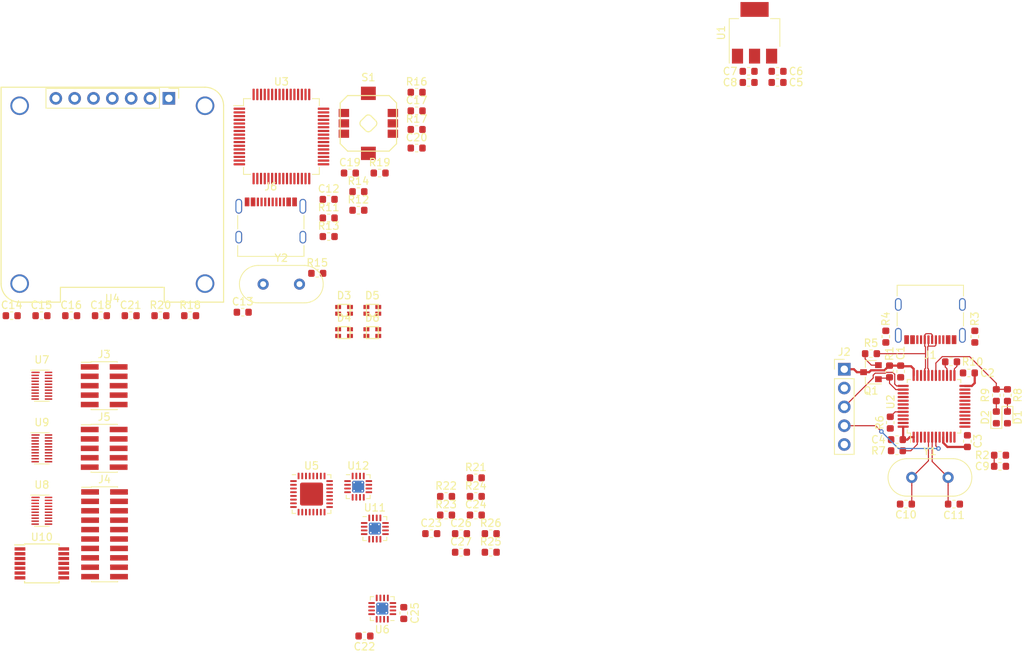
<source format=kicad_pcb>
(kicad_pcb (version 20171130) (host pcbnew "(5.1.5)-2")
  (layers (0 F.Cu signal) (31 B.Cu signal) (34 B.Paste user hide) (35 F.Paste user hide) (36 B.SilkS user) (37 F.SilkS user) (38 B.Mask user hide) (39 F.Mask user hide) (44 Edge.Cuts user))
  (net 0 "")
  (net 1 GND)
  (net 2 +3V3)
  (net 3 +5V)
  (net 4 /st_link/STLINK_~RST)
  (net 5 "Net-(C10-Pad1)")
  (net 6 "Net-(C11-Pad1)")
  (net 7 "Net-(C19-Pad1)")
  (net 8 "Net-(C20-Pad1)")
  (net 9 "Net-(C21-Pad2)")
  (net 10 "Net-(C25-Pad2)")
  (net 11 "Net-(C26-Pad2)")
  (net 12 "Net-(C27-Pad2)")
  (net 13 "Net-(D1-Pad1)")
  (net 14 "Net-(D2-Pad2)")
  (net 15 /stm32/LED_A0)
  (net 16 "Net-(D3-Pad3)")
  (net 17 "Net-(D3-Pad2)")
  (net 18 "Net-(D3-Pad1)")
  (net 19 /stm32/LED_A1)
  (net 20 /stm32/LED_A2)
  (net 21 /stm32/LED_A3)
  (net 22 "Net-(J1-PadB5)")
  (net 23 /st_link/USB_P)
  (net 24 "Net-(J1-PadA8)")
  (net 25 "Net-(J1-PadA5)")
  (net 26 "Net-(J1-PadB8)")
  (net 27 /st_link/USB_N)
  (net 28 /st_link/STLINK_SWCLK)
  (net 29 /st_link/STLINK_SWDIO)
  (net 30 "Net-(J3-Pad9)")
  (net 31 "Net-(J3-Pad7)")
  (net 32 "Net-(J3-Pad5)")
  (net 33 "Net-(J3-Pad3)")
  (net 34 "Net-(J3-Pad1)")
  (net 35 "Net-(J4-Pad19)")
  (net 36 "Net-(J4-Pad17)")
  (net 37 "Net-(J4-Pad15)")
  (net 38 "Net-(J4-Pad13)")
  (net 39 "Net-(J4-Pad11)")
  (net 40 "Net-(J4-Pad9)")
  (net 41 "Net-(J4-Pad7)")
  (net 42 "Net-(J4-Pad5)")
  (net 43 "Net-(J4-Pad3)")
  (net 44 "Net-(J4-Pad1)")
  (net 45 "Net-(J5-Pad9)")
  (net 46 "Net-(J5-Pad7)")
  (net 47 "Net-(J5-Pad5)")
  (net 48 "Net-(J5-Pad3)")
  (net 49 "Net-(J5-Pad1)")
  (net 50 "Net-(J6-PadB5)")
  (net 51 /stm32/USB_DP)
  (net 52 "Net-(J6-PadA8)")
  (net 53 "Net-(J6-PadA5)")
  (net 54 "Net-(J6-PadB8)")
  (net 55 /stm32/USB_DN)
  (net 56 "Net-(Q1-Pad2)")
  (net 57 /st_link/~USB_RENUM)
  (net 58 "Net-(R6-Pad2)")
  (net 59 "Net-(R7-Pad2)")
  (net 60 "Net-(R8-Pad2)")
  (net 61 "Net-(R10-Pad2)")
  (net 62 /st_link/SWDIO)
  (net 63 "Net-(R12-Pad2)")
  (net 64 /stm32/LED_R)
  (net 65 /stm32/LED_G)
  (net 66 /stm32/LED_B)
  (net 67 /io_power/PAVEN)
  (net 68 /io_power/PBVEN)
  (net 69 "Net-(R24-Pad2)")
  (net 70 "Net-(R25-Pad2)")
  (net 71 "Net-(R26-Pad2)")
  (net 72 /stm32/SW2)
  (net 73 /stm32/SW3)
  (net 74 /stm32/SW1)
  (net 75 /stm32/SW4)
  (net 76 /stm32/SW0)
  (net 77 "Net-(U2-Pad46)")
  (net 78 "Net-(U2-Pad45)")
  (net 79 "Net-(U2-Pad43)")
  (net 80 "Net-(U2-Pad42)")
  (net 81 "Net-(U2-Pad41)")
  (net 82 "Net-(U2-Pad40)")
  (net 83 /st_link/SWO)
  (net 84 "Net-(U2-Pad29)")
  (net 85 "Net-(U2-Pad28)")
  (net 86 /st_link/SWCLK)
  (net 87 "Net-(U2-Pad22)")
  (net 88 "Net-(U2-Pad21)")
  (net 89 "Net-(U2-Pad20)")
  (net 90 "Net-(U2-Pad19)")
  (net 91 /st_link/SWRST)
  (net 92 "Net-(U2-Pad17)")
  (net 93 "Net-(U2-Pad16)")
  (net 94 "Net-(U2-Pad14)")
  (net 95 /st_link/RXD)
  (net 96 /st_link/TXD)
  (net 97 "Net-(U2-Pad11)")
  (net 98 "Net-(U2-Pad10)")
  (net 99 "Net-(U2-Pad4)")
  (net 100 "Net-(U2-Pad3)")
  (net 101 "Net-(U3-Pad54)")
  (net 102 /stm32/SCR_MOSI)
  (net 103 /stm32/SCR_SCK)
  (net 104 "Net-(U3-Pad50)")
  (net 105 "Net-(U3-Pad47)")
  (net 106 "Net-(U3-Pad31)")
  (net 107 /stm32/SCK_~CS)
  (net 108 /stm32/SCR_D~C)
  (net 109 "Net-(U5-Pad32)")
  (net 110 /io_power/SDA)
  (net 111 /io_power/SCL)
  (net 112 "Net-(U5-Pad23)")
  (net 113 "Net-(U5-Pad22)")
  (net 114 /io_power/PBV160)
  (net 115 /io_power/PBV80)
  (net 116 /io_power/PBV40)
  (net 117 /io_power/PBV20)
  (net 118 /io_power/PBV10)
  (net 119 /io_power/PBV5)
  (net 120 /io_power/PAV160)
  (net 121 /io_power/PAV80)
  (net 122 /io_power/PAV40)
  (net 123 /io_power/PAV20)
  (net 124 /io_power/PAV10)
  (net 125 /io_power/PAV5)
  (net 126 "Net-(U7-Pad13)")
  (net 127 "Net-(U7-Pad12)")
  (net 128 "Net-(U7-Pad11)")
  (net 129 "Net-(U7-Pad10)")
  (net 130 "Net-(U7-Pad9)")
  (net 131 "Net-(U7-Pad8)")
  (net 132 /io/PB4)
  (net 133 /io/PBOE)
  (net 134 /io/PB3)
  (net 135 /io/PB2)
  (net 136 /io/PB1)
  (net 137 /io/PB0)
  (net 138 /io/PA7)
  (net 139 /io/PA6)
  (net 140 /io/PA5)
  (net 141 /io/PA4)
  (net 142 /io/PAOE)
  (net 143 /io/PA3)
  (net 144 /io/PA2)
  (net 145 /io/PA1)
  (net 146 /io/PA0)
  (net 147 "Net-(U9-Pad13)")
  (net 148 "Net-(U9-Pad12)")
  (net 149 "Net-(U9-Pad11)")
  (net 150 "Net-(U9-Pad10)")
  (net 151 "Net-(U9-Pad9)")
  (net 152 "Net-(U9-Pad8)")
  (net 153 /io/PC4)
  (net 154 /io/PCOE)
  (net 155 /io/PC3)
  (net 156 /io/PC2)
  (net 157 /io/PC1)
  (net 158 /io/PC0)
  (net 159 "Net-(U10-Pad11)")
  (net 160 "Net-(U10-Pad10)")
  (net 161 "Net-(U10-Pad9)")
  (net 162 "Net-(U10-Pad6)")
  (net 163 "Net-(U10-Pad5)")
  (net 164 "Net-(U10-Pad4)")
  (net 165 /io/PA9)
  (net 166 /io/PA8)
  (net 167 "Net-(U6-Pad11)")
  (net 168 "Net-(U11-Pad11)")
  (net 169 "Net-(U12-Pad11)")
  (net 170 PAVCC)
  (net 171 PBVCC)
  (net 172 PCVCC)
  (net 173 /io_power/PCVEN)
  (net 174 /io_power/PCV160)
  (net 175 /io_power/PCV80)
  (net 176 /io_power/PCV40)
  (net 177 /io_power/PCV20)
  (net 178 /io_power/PCV10)
  (net 179 /io_power/PCV5)
  (module antboard:OLED_0.96_SSD1306 (layer F.Cu) (at 109.205 84.445)
    (fp_text reference U4 (at 0 14) (layer F.SilkS))
    (fp_text value OLED_0.96"_SSD1306)
    (pad 6 thru_hole oval (at -5.08 -13 270) (size 1.7 1.7) (drill 1) (layers *.Cu *.Mask) (net 108 /stm32/SCR_D~C))
    (pad 3 thru_hole oval (at 2.54 -13 270) (size 1.7 1.7) (drill 1) (layers *.Cu *.Mask) (net 103 /stm32/SCR_SCK))
    (pad 5 thru_hole oval (at -2.54 -13 270) (size 1.7 1.7) (drill 1) (layers *.Cu *.Mask) (net 9 "Net-(C21-Pad2)"))
    (pad 2 thru_hole oval (at 5.08 -13 270) (size 1.7 1.7) (drill 1) (layers *.Cu *.Mask) (net 2 +3V3))
    (pad 4 thru_hole oval (at 0 -13 270) (size 1.7 1.7) (drill 1) (layers *.Cu *.Mask) (net 102 /stm32/SCR_MOSI))
    (pad 1 thru_hole rect (at 7.62 -13 270) (size 1.7 1.7) (drill 1) (layers *.Cu *.Mask) (net 1 GND))
    (pad 7 thru_hole oval (at -7.62 -13 270) (size 1.7 1.7) (drill 1) (layers *.Cu *.Mask) (net 107 /stm32/SCK_~CS))
    (pad "" np_thru_hole circle (at -12.5 12) (size 2.5 2.5) (drill 2) (layers *.Cu *.Mask))
    (pad "" np_thru_hole circle (at 12.5 12) (size 2.5 2.5) (drill 2) (layers *.Cu *.Mask))
    (pad "" np_thru_hole circle (at 12.5 -12) (size 2.5 2.5) (drill 2) (layers *.Cu *.Mask))
    (pad "" np_thru_hole circle (at -12.5 -12) (size 2.5 2.5) (drill 2) (layers *.Cu *.Mask))
  )
  (module Crystal:Crystal_HC18-U_Vertical (layer F.Cu) (at 129.54 96.52)
    (fp_text reference Y2 (at 2.45 -3.525) (layer F.SilkS))
    (fp_text value 8M)
    (pad 2 thru_hole circle (at 4.9 0) (size 1.5 1.5) (drill 0.8) (layers *.Cu *.Mask) (net 8 "Net-(C20-Pad1)"))
    (pad 1 thru_hole circle (at 0 0) (size 1.5 1.5) (drill 0.8) (layers *.Cu *.Mask) (net 7 "Net-(C19-Pad1)"))
  )
  (module Crystal:Crystal_HC18-U_Vertical (layer F.Cu) (at 217 122.6)
    (fp_text reference Y1 (at 2.45 -3.525) (layer F.SilkS))
    (fp_text value 8M)
    (pad 2 thru_hole circle (at 4.9 0) (size 1.5 1.5) (drill 0.8) (layers *.Cu *.Mask) (net 6 "Net-(C11-Pad1)"))
    (pad 1 thru_hole circle (at 0 0) (size 1.5 1.5) (drill 0.8) (layers *.Cu *.Mask) (net 5 "Net-(C10-Pad1)"))
  )
  (module antboard:K1-5202UA-03 (layer F.Cu) (at 143.729999 74.819999)
    (fp_text reference S1 (at 0 -6.2) (layer F.SilkS))
    (fp_text value K1-5202UA-03)
    (pad ~ smd rect (at 0 -4.05) (size 2 1.8) (layers F.Cu F.Paste F.Mask))
    (pad ~ smd rect (at 0 4.05) (size 2 1.8) (layers F.Cu F.Paste F.Mask))
    (pad 6 smd rect (at 3.3 1.4) (size 1.4 1.1) (layers F.Cu F.Paste F.Mask) (net 72 /stm32/SW2))
    (pad 5 smd rect (at 3.3 0) (size 1.4 1.1) (layers F.Cu F.Paste F.Mask) (net 1 GND))
    (pad 4 smd rect (at 3.3 -1.4) (size 1.4 1.1) (layers F.Cu F.Paste F.Mask) (net 73 /stm32/SW3))
    (pad 3 smd rect (at -3.3 1.4) (size 1.4 1.1) (layers F.Cu F.Paste F.Mask) (net 74 /stm32/SW1))
    (pad 2 smd rect (at -3.3 0) (size 1.4 1.1) (layers F.Cu F.Paste F.Mask) (net 75 /stm32/SW4))
    (pad 1 smd rect (at -3.3 -1.4) (size 1.4 1.1) (layers F.Cu F.Paste F.Mask) (net 76 /stm32/SW0))
    (pad "" np_thru_hole circle (at 0 1.9) (size 0.7 0.7) (drill 0.7) (layers *.Cu *.Mask))
    (pad "" np_thru_hole circle (at 0 -1.9) (size 1 1) (drill 1) (layers *.Cu *.Mask))
  )
  (module antboard:19-237_R6GHBHC-A01_2T (layer F.Cu) (at 144.26 103.06)
    (fp_text reference D6 (at 0 -2) (layer F.SilkS))
    (fp_text value 19-237/R6GHBHC-A01/2T)
    (pad 4 smd rect (at 0.8 0.45) (size 0.8 0.55) (layers F.Cu F.Paste F.Mask) (net 21 /stm32/LED_A3))
    (pad 3 smd rect (at 0.8 -0.45) (size 0.8 0.55) (layers F.Cu F.Paste F.Mask) (net 16 "Net-(D3-Pad3)"))
    (pad 2 smd rect (at -0.8 -0.45) (size 0.8 0.55) (layers F.Cu F.Paste F.Mask) (net 17 "Net-(D3-Pad2)"))
    (pad 1 smd rect (at -0.8 0.45) (size 0.8 0.55) (layers F.Cu F.Paste F.Mask) (net 18 "Net-(D3-Pad1)"))
  )
  (module antboard:19-237_R6GHBHC-A01_2T (layer F.Cu) (at 144.26 100.05)
    (fp_text reference D5 (at 0 -2) (layer F.SilkS))
    (fp_text value 19-237/R6GHBHC-A01/2T)
    (pad 4 smd rect (at 0.8 0.45) (size 0.8 0.55) (layers F.Cu F.Paste F.Mask) (net 20 /stm32/LED_A2))
    (pad 3 smd rect (at 0.8 -0.45) (size 0.8 0.55) (layers F.Cu F.Paste F.Mask) (net 16 "Net-(D3-Pad3)"))
    (pad 2 smd rect (at -0.8 -0.45) (size 0.8 0.55) (layers F.Cu F.Paste F.Mask) (net 17 "Net-(D3-Pad2)"))
    (pad 1 smd rect (at -0.8 0.45) (size 0.8 0.55) (layers F.Cu F.Paste F.Mask) (net 18 "Net-(D3-Pad1)"))
  )
  (module antboard:19-237_R6GHBHC-A01_2T (layer F.Cu) (at 140.45 103.06)
    (fp_text reference D4 (at 0 -2) (layer F.SilkS))
    (fp_text value 19-237/R6GHBHC-A01/2T)
    (pad 4 smd rect (at 0.8 0.45) (size 0.8 0.55) (layers F.Cu F.Paste F.Mask) (net 19 /stm32/LED_A1))
    (pad 3 smd rect (at 0.8 -0.45) (size 0.8 0.55) (layers F.Cu F.Paste F.Mask) (net 16 "Net-(D3-Pad3)"))
    (pad 2 smd rect (at -0.8 -0.45) (size 0.8 0.55) (layers F.Cu F.Paste F.Mask) (net 17 "Net-(D3-Pad2)"))
    (pad 1 smd rect (at -0.8 0.45) (size 0.8 0.55) (layers F.Cu F.Paste F.Mask) (net 18 "Net-(D3-Pad1)"))
  )
  (module antboard:19-237_R6GHBHC-A01_2T (layer F.Cu) (at 140.45 100.05)
    (fp_text reference D3 (at 0 -2) (layer F.SilkS))
    (fp_text value 19-237/R6GHBHC-A01/2T)
    (pad 4 smd rect (at 0.8 0.45) (size 0.8 0.55) (layers F.Cu F.Paste F.Mask) (net 15 /stm32/LED_A0))
    (pad 3 smd rect (at 0.8 -0.45) (size 0.8 0.55) (layers F.Cu F.Paste F.Mask) (net 16 "Net-(D3-Pad3)"))
    (pad 2 smd rect (at -0.8 -0.45) (size 0.8 0.55) (layers F.Cu F.Paste F.Mask) (net 17 "Net-(D3-Pad2)"))
    (pad 1 smd rect (at -0.8 0.45) (size 0.8 0.55) (layers F.Cu F.Paste F.Mask) (net 18 "Net-(D3-Pad1)"))
  )
  (module Package_DFN_QFN:VQFN-16-1EP_3x3mm_P0.5mm_EP1.6x1.6mm_ThermalVias (layer F.Cu) (at 142.355 123.845)
    (fp_text reference U12 (at 0 -2.82) (layer F.SilkS))
    (fp_text value TPS7A7100)
    (pad 16 smd roundrect (at -0.75 -1.4375) (size 0.25 0.875) (layers F.Cu F.Paste F.Mask) (net 172 PCVCC))
    (pad 15 smd roundrect (at -0.25 -1.4375) (size 0.25 0.875) (layers F.Cu F.Paste F.Mask) (net 172 PCVCC))
    (pad 14 smd roundrect (at 0.25 -1.4375) (size 0.25 0.875) (layers F.Cu F.Paste F.Mask) (net 3 +5V))
    (pad 13 smd roundrect (at 0.75 -1.4375) (size 0.25 0.875) (layers F.Cu F.Paste F.Mask) (net 3 +5V))
    (pad 12 smd roundrect (at 1.4375 -0.75) (size 0.875 0.25) (layers F.Cu F.Paste F.Mask) (net 173 /io_power/PCVEN))
    (pad 11 smd roundrect (at 1.4375 -0.25) (size 0.875 0.25) (layers F.Cu F.Paste F.Mask) (net 169 "Net-(U12-Pad11)"))
    (pad 10 smd roundrect (at 1.4375 0.25) (size 0.875 0.25) (layers F.Cu F.Paste F.Mask) (net 174 /io_power/PCV160))
    (pad 9 smd roundrect (at 1.4375 0.75) (size 0.875 0.25) (layers F.Cu F.Paste F.Mask) (net 175 /io_power/PCV80))
    (pad 8 smd roundrect (at 0.75 1.4375) (size 0.25 0.875) (layers F.Cu F.Paste F.Mask) (net 176 /io_power/PCV40))
    (pad 7 smd roundrect (at 0.25 1.4375) (size 0.25 0.875) (layers F.Cu F.Paste F.Mask) (net 1 GND))
    (pad 6 smd roundrect (at -0.25 1.4375) (size 0.25 0.875) (layers F.Cu F.Paste F.Mask) (net 177 /io_power/PCV20))
    (pad 5 smd roundrect (at -0.75 1.4375) (size 0.25 0.875) (layers F.Cu F.Paste F.Mask) (net 178 /io_power/PCV10))
    (pad 4 smd roundrect (at -1.4375 0.75) (size 0.875 0.25) (layers F.Cu F.Paste F.Mask) (net 179 /io_power/PCV5))
    (pad 3 smd roundrect (at -1.4375 0.25) (size 0.875 0.25) (layers F.Cu F.Paste F.Mask) (net 71 "Net-(R26-Pad2)"))
    (pad 2 smd roundrect (at -1.4375 -0.25) (size 0.875 0.25) (layers F.Cu F.Paste F.Mask) (net 12 "Net-(C27-Pad2)"))
    (pad 1 smd roundrect (at -1.4375 -0.75) (size 0.875 0.25) (layers F.Cu F.Paste F.Mask) (net 172 PCVCC))
    (pad 17 smd roundrect (at 0 0) (size 1.6 1.6) (layers B.Cu) (roundrect_rratio 0.15625))
    (pad 17 thru_hole circle (at 0.55 0.55) (size 0.5 0.5) (drill 0.2) (layers *.Cu))
    (pad 17 thru_hole circle (at -0.55 0.55) (size 0.5 0.5) (drill 0.2) (layers *.Cu))
    (pad 17 thru_hole circle (at 0.55 -0.55) (size 0.5 0.5) (drill 0.2) (layers *.Cu))
    (pad 17 thru_hole circle (at -0.55 -0.55) (size 0.5 0.5) (drill 0.2) (layers *.Cu))
    (pad 17 smd roundrect (at 0 0) (size 1.6 1.6) (layers F.Cu F.Mask) (roundrect_rratio 0.15625))
  )
  (module Package_DFN_QFN:VQFN-16-1EP_3x3mm_P0.5mm_EP1.6x1.6mm_ThermalVias (layer F.Cu) (at 144.6 129.5)
    (fp_text reference U11 (at 0 -2.82) (layer F.SilkS))
    (fp_text value TPS7A7100)
    (pad 16 smd roundrect (at -0.75 -1.4375) (size 0.25 0.875) (layers F.Cu F.Paste F.Mask) (net 171 PBVCC))
    (pad 15 smd roundrect (at -0.25 -1.4375) (size 0.25 0.875) (layers F.Cu F.Paste F.Mask) (net 171 PBVCC))
    (pad 14 smd roundrect (at 0.25 -1.4375) (size 0.25 0.875) (layers F.Cu F.Paste F.Mask) (net 3 +5V))
    (pad 13 smd roundrect (at 0.75 -1.4375) (size 0.25 0.875) (layers F.Cu F.Paste F.Mask) (net 3 +5V))
    (pad 12 smd roundrect (at 1.4375 -0.75) (size 0.875 0.25) (layers F.Cu F.Paste F.Mask) (net 68 /io_power/PBVEN))
    (pad 11 smd roundrect (at 1.4375 -0.25) (size 0.875 0.25) (layers F.Cu F.Paste F.Mask) (net 168 "Net-(U11-Pad11)"))
    (pad 10 smd roundrect (at 1.4375 0.25) (size 0.875 0.25) (layers F.Cu F.Paste F.Mask) (net 114 /io_power/PBV160))
    (pad 9 smd roundrect (at 1.4375 0.75) (size 0.875 0.25) (layers F.Cu F.Paste F.Mask) (net 115 /io_power/PBV80))
    (pad 8 smd roundrect (at 0.75 1.4375) (size 0.25 0.875) (layers F.Cu F.Paste F.Mask) (net 116 /io_power/PBV40))
    (pad 7 smd roundrect (at 0.25 1.4375) (size 0.25 0.875) (layers F.Cu F.Paste F.Mask) (net 1 GND))
    (pad 6 smd roundrect (at -0.25 1.4375) (size 0.25 0.875) (layers F.Cu F.Paste F.Mask) (net 117 /io_power/PBV20))
    (pad 5 smd roundrect (at -0.75 1.4375) (size 0.25 0.875) (layers F.Cu F.Paste F.Mask) (net 118 /io_power/PBV10))
    (pad 4 smd roundrect (at -1.4375 0.75) (size 0.875 0.25) (layers F.Cu F.Paste F.Mask) (net 119 /io_power/PBV5))
    (pad 3 smd roundrect (at -1.4375 0.25) (size 0.875 0.25) (layers F.Cu F.Paste F.Mask) (net 70 "Net-(R25-Pad2)"))
    (pad 2 smd roundrect (at -1.4375 -0.25) (size 0.875 0.25) (layers F.Cu F.Paste F.Mask) (net 11 "Net-(C26-Pad2)"))
    (pad 1 smd roundrect (at -1.4375 -0.75) (size 0.875 0.25) (layers F.Cu F.Paste F.Mask) (net 171 PBVCC))
    (pad 17 smd roundrect (at 0 0) (size 1.6 1.6) (layers B.Cu) (roundrect_rratio 0.15625))
    (pad 17 thru_hole circle (at 0.55 0.55) (size 0.5 0.5) (drill 0.2) (layers *.Cu))
    (pad 17 thru_hole circle (at -0.55 0.55) (size 0.5 0.5) (drill 0.2) (layers *.Cu))
    (pad 17 thru_hole circle (at 0.55 -0.55) (size 0.5 0.5) (drill 0.2) (layers *.Cu))
    (pad 17 thru_hole circle (at -0.55 -0.55) (size 0.5 0.5) (drill 0.2) (layers *.Cu))
    (pad 17 smd roundrect (at 0 0) (size 1.6 1.6) (layers F.Cu F.Mask) (roundrect_rratio 0.15625))
  )
  (module Package_SO:TSSOP-14_4.4x5mm_P0.65mm (layer F.Cu) (at 99.7 134.2)
    (fp_text reference U10 (at 0 -3.55) (layer F.SilkS))
    (fp_text value TXB0104PW)
    (pad 14 smd rect (at 2.95 -1.95) (size 1.45 0.45) (layers F.Cu F.Paste F.Mask) (net 170 PAVCC))
    (pad 13 smd rect (at 2.95 -1.3) (size 1.45 0.45) (layers F.Cu F.Paste F.Mask) (net 36 "Net-(J4-Pad17)"))
    (pad 12 smd rect (at 2.95 -0.65) (size 1.45 0.45) (layers F.Cu F.Paste F.Mask) (net 35 "Net-(J4-Pad19)"))
    (pad 11 smd rect (at 2.95 0) (size 1.45 0.45) (layers F.Cu F.Paste F.Mask) (net 159 "Net-(U10-Pad11)"))
    (pad 10 smd rect (at 2.95 0.65) (size 1.45 0.45) (layers F.Cu F.Paste F.Mask) (net 160 "Net-(U10-Pad10)"))
    (pad 9 smd rect (at 2.95 1.3) (size 1.45 0.45) (layers F.Cu F.Paste F.Mask) (net 161 "Net-(U10-Pad9)"))
    (pad 8 smd rect (at 2.95 1.95) (size 1.45 0.45) (layers F.Cu F.Paste F.Mask) (net 142 /io/PAOE))
    (pad 7 smd rect (at -2.95 1.95) (size 1.45 0.45) (layers F.Cu F.Paste F.Mask) (net 1 GND))
    (pad 6 smd rect (at -2.95 1.3) (size 1.45 0.45) (layers F.Cu F.Paste F.Mask) (net 162 "Net-(U10-Pad6)"))
    (pad 5 smd rect (at -2.95 0.65) (size 1.45 0.45) (layers F.Cu F.Paste F.Mask) (net 163 "Net-(U10-Pad5)"))
    (pad 4 smd rect (at -2.95 0) (size 1.45 0.45) (layers F.Cu F.Paste F.Mask) (net 164 "Net-(U10-Pad4)"))
    (pad 3 smd rect (at -2.95 -0.65) (size 1.45 0.45) (layers F.Cu F.Paste F.Mask) (net 165 /io/PA9))
    (pad 2 smd rect (at -2.95 -1.3) (size 1.45 0.45) (layers F.Cu F.Paste F.Mask) (net 166 /io/PA8))
    (pad 1 smd rect (at -2.95 -1.95) (size 1.45 0.45) (layers F.Cu F.Paste F.Mask) (net 2 +3V3))
  )
  (module Package_SON:USON-20_2x4mm_P0.4mm (layer F.Cu) (at 99.7 118.675)
    (fp_text reference U9 (at 0 -3.5) (layer F.SilkS))
    (fp_text value TXB0108DQSR)
    (pad 20 smd rect (at 0.9 -1.8 270) (size 0.2 1) (layers F.Cu F.Paste F.Mask) (net 49 "Net-(J5-Pad1)"))
    (pad 19 smd rect (at 0.9 -1.4 270) (size 0.2 1) (layers F.Cu F.Paste F.Mask) (net 48 "Net-(J5-Pad3)"))
    (pad 18 smd rect (at 0.9 -1 270) (size 0.2 1) (layers F.Cu F.Paste F.Mask) (net 47 "Net-(J5-Pad5)"))
    (pad 17 smd rect (at 0.9 -0.6 270) (size 0.2 1) (layers F.Cu F.Paste F.Mask) (net 46 "Net-(J5-Pad7)"))
    (pad 16 smd rect (at 0.9 -0.2 270) (size 0.2 1) (layers F.Cu F.Paste F.Mask) (net 172 PCVCC))
    (pad 15 smd rect (at 0.9 0.2 270) (size 0.2 1) (layers F.Cu F.Paste F.Mask) (net 1 GND))
    (pad 14 smd rect (at 0.9 0.6 270) (size 0.2 1) (layers F.Cu F.Paste F.Mask) (net 45 "Net-(J5-Pad9)"))
    (pad 13 smd rect (at 0.9 1 270) (size 0.2 1) (layers F.Cu F.Paste F.Mask) (net 147 "Net-(U9-Pad13)"))
    (pad 12 smd rect (at 0.9 1.4 270) (size 0.2 1) (layers F.Cu F.Paste F.Mask) (net 148 "Net-(U9-Pad12)"))
    (pad 11 smd rect (at 0.9 1.8 270) (size 0.2 1) (layers F.Cu F.Paste F.Mask) (net 149 "Net-(U9-Pad11)"))
    (pad 10 smd rect (at -0.9 1.8 270) (size 0.2 1) (layers F.Cu F.Paste F.Mask) (net 150 "Net-(U9-Pad10)"))
    (pad 9 smd rect (at -0.9 1.4 270) (size 0.2 1) (layers F.Cu F.Paste F.Mask) (net 151 "Net-(U9-Pad9)"))
    (pad 8 smd rect (at -0.9 1 270) (size 0.2 1) (layers F.Cu F.Paste F.Mask) (net 152 "Net-(U9-Pad8)"))
    (pad 7 smd rect (at -0.9 0.6 270) (size 0.2 1) (layers F.Cu F.Paste F.Mask) (net 153 /io/PC4))
    (pad 6 smd rect (at -0.9 0.2 270) (size 0.2 1) (layers F.Cu F.Paste F.Mask) (net 154 /io/PCOE))
    (pad 5 smd rect (at -0.9 -0.2 270) (size 0.2 1) (layers F.Cu F.Paste F.Mask) (net 2 +3V3))
    (pad 4 smd rect (at -0.9 -0.6 270) (size 0.2 1) (layers F.Cu F.Paste F.Mask) (net 155 /io/PC3))
    (pad 3 smd rect (at -0.9 -1 270) (size 0.2 1) (layers F.Cu F.Paste F.Mask) (net 156 /io/PC2))
    (pad 2 smd rect (at -0.9 -1.4 270) (size 0.2 1) (layers F.Cu F.Paste F.Mask) (net 157 /io/PC1))
    (pad 1 smd rect (at -0.85 -1.8 270) (size 0.2 1.1) (layers F.Cu F.Paste F.Mask) (net 158 /io/PC0))
  )
  (module Package_SON:USON-20_2x4mm_P0.4mm (layer F.Cu) (at 99.7 127.1)
    (fp_text reference U8 (at 0 -3.5) (layer F.SilkS))
    (fp_text value TXB0108DQSR)
    (pad 20 smd rect (at 0.9 -1.8 270) (size 0.2 1) (layers F.Cu F.Paste F.Mask) (net 44 "Net-(J4-Pad1)"))
    (pad 19 smd rect (at 0.9 -1.4 270) (size 0.2 1) (layers F.Cu F.Paste F.Mask) (net 43 "Net-(J4-Pad3)"))
    (pad 18 smd rect (at 0.9 -1 270) (size 0.2 1) (layers F.Cu F.Paste F.Mask) (net 42 "Net-(J4-Pad5)"))
    (pad 17 smd rect (at 0.9 -0.6 270) (size 0.2 1) (layers F.Cu F.Paste F.Mask) (net 41 "Net-(J4-Pad7)"))
    (pad 16 smd rect (at 0.9 -0.2 270) (size 0.2 1) (layers F.Cu F.Paste F.Mask) (net 170 PAVCC))
    (pad 15 smd rect (at 0.9 0.2 270) (size 0.2 1) (layers F.Cu F.Paste F.Mask) (net 1 GND))
    (pad 14 smd rect (at 0.9 0.6 270) (size 0.2 1) (layers F.Cu F.Paste F.Mask) (net 40 "Net-(J4-Pad9)"))
    (pad 13 smd rect (at 0.9 1 270) (size 0.2 1) (layers F.Cu F.Paste F.Mask) (net 39 "Net-(J4-Pad11)"))
    (pad 12 smd rect (at 0.9 1.4 270) (size 0.2 1) (layers F.Cu F.Paste F.Mask) (net 38 "Net-(J4-Pad13)"))
    (pad 11 smd rect (at 0.9 1.8 270) (size 0.2 1) (layers F.Cu F.Paste F.Mask) (net 37 "Net-(J4-Pad15)"))
    (pad 10 smd rect (at -0.9 1.8 270) (size 0.2 1) (layers F.Cu F.Paste F.Mask) (net 138 /io/PA7))
    (pad 9 smd rect (at -0.9 1.4 270) (size 0.2 1) (layers F.Cu F.Paste F.Mask) (net 139 /io/PA6))
    (pad 8 smd rect (at -0.9 1 270) (size 0.2 1) (layers F.Cu F.Paste F.Mask) (net 140 /io/PA5))
    (pad 7 smd rect (at -0.9 0.6 270) (size 0.2 1) (layers F.Cu F.Paste F.Mask) (net 141 /io/PA4))
    (pad 6 smd rect (at -0.9 0.2 270) (size 0.2 1) (layers F.Cu F.Paste F.Mask) (net 142 /io/PAOE))
    (pad 5 smd rect (at -0.9 -0.2 270) (size 0.2 1) (layers F.Cu F.Paste F.Mask) (net 2 +3V3))
    (pad 4 smd rect (at -0.9 -0.6 270) (size 0.2 1) (layers F.Cu F.Paste F.Mask) (net 143 /io/PA3))
    (pad 3 smd rect (at -0.9 -1 270) (size 0.2 1) (layers F.Cu F.Paste F.Mask) (net 144 /io/PA2))
    (pad 2 smd rect (at -0.9 -1.4 270) (size 0.2 1) (layers F.Cu F.Paste F.Mask) (net 145 /io/PA1))
    (pad 1 smd rect (at -0.85 -1.8 270) (size 0.2 1.1) (layers F.Cu F.Paste F.Mask) (net 146 /io/PA0))
  )
  (module Package_SON:USON-20_2x4mm_P0.4mm (layer F.Cu) (at 99.7 110.225)
    (fp_text reference U7 (at 0 -3.5) (layer F.SilkS))
    (fp_text value TXB0108DQSR)
    (pad 20 smd rect (at 0.9 -1.8 270) (size 0.2 1) (layers F.Cu F.Paste F.Mask) (net 34 "Net-(J3-Pad1)"))
    (pad 19 smd rect (at 0.9 -1.4 270) (size 0.2 1) (layers F.Cu F.Paste F.Mask) (net 33 "Net-(J3-Pad3)"))
    (pad 18 smd rect (at 0.9 -1 270) (size 0.2 1) (layers F.Cu F.Paste F.Mask) (net 32 "Net-(J3-Pad5)"))
    (pad 17 smd rect (at 0.9 -0.6 270) (size 0.2 1) (layers F.Cu F.Paste F.Mask) (net 31 "Net-(J3-Pad7)"))
    (pad 16 smd rect (at 0.9 -0.2 270) (size 0.2 1) (layers F.Cu F.Paste F.Mask) (net 171 PBVCC))
    (pad 15 smd rect (at 0.9 0.2 270) (size 0.2 1) (layers F.Cu F.Paste F.Mask) (net 1 GND))
    (pad 14 smd rect (at 0.9 0.6 270) (size 0.2 1) (layers F.Cu F.Paste F.Mask) (net 30 "Net-(J3-Pad9)"))
    (pad 13 smd rect (at 0.9 1 270) (size 0.2 1) (layers F.Cu F.Paste F.Mask) (net 126 "Net-(U7-Pad13)"))
    (pad 12 smd rect (at 0.9 1.4 270) (size 0.2 1) (layers F.Cu F.Paste F.Mask) (net 127 "Net-(U7-Pad12)"))
    (pad 11 smd rect (at 0.9 1.8 270) (size 0.2 1) (layers F.Cu F.Paste F.Mask) (net 128 "Net-(U7-Pad11)"))
    (pad 10 smd rect (at -0.9 1.8 270) (size 0.2 1) (layers F.Cu F.Paste F.Mask) (net 129 "Net-(U7-Pad10)"))
    (pad 9 smd rect (at -0.9 1.4 270) (size 0.2 1) (layers F.Cu F.Paste F.Mask) (net 130 "Net-(U7-Pad9)"))
    (pad 8 smd rect (at -0.9 1 270) (size 0.2 1) (layers F.Cu F.Paste F.Mask) (net 131 "Net-(U7-Pad8)"))
    (pad 7 smd rect (at -0.9 0.6 270) (size 0.2 1) (layers F.Cu F.Paste F.Mask) (net 132 /io/PB4))
    (pad 6 smd rect (at -0.9 0.2 270) (size 0.2 1) (layers F.Cu F.Paste F.Mask) (net 133 /io/PBOE))
    (pad 5 smd rect (at -0.9 -0.2 270) (size 0.2 1) (layers F.Cu F.Paste F.Mask) (net 2 +3V3))
    (pad 4 smd rect (at -0.9 -0.6 270) (size 0.2 1) (layers F.Cu F.Paste F.Mask) (net 134 /io/PB3))
    (pad 3 smd rect (at -0.9 -1 270) (size 0.2 1) (layers F.Cu F.Paste F.Mask) (net 135 /io/PB2))
    (pad 2 smd rect (at -0.9 -1.4 270) (size 0.2 1) (layers F.Cu F.Paste F.Mask) (net 136 /io/PB1))
    (pad 1 smd rect (at -0.85 -1.8 270) (size 0.2 1.1) (layers F.Cu F.Paste F.Mask) (net 137 /io/PB0))
  )
  (module Package_DFN_QFN:VQFN-16-1EP_3x3mm_P0.5mm_EP1.6x1.6mm_ThermalVias (layer F.Cu) (at 145.6 140.3 180)
    (fp_text reference U6 (at 0 -2.82) (layer F.SilkS))
    (fp_text value TPS7A7100)
    (pad 16 smd roundrect (at -0.75 -1.4375 180) (size 0.25 0.875) (layers F.Cu F.Paste F.Mask) (net 170 PAVCC))
    (pad 15 smd roundrect (at -0.25 -1.4375 180) (size 0.25 0.875) (layers F.Cu F.Paste F.Mask) (net 170 PAVCC))
    (pad 14 smd roundrect (at 0.25 -1.4375 180) (size 0.25 0.875) (layers F.Cu F.Paste F.Mask) (net 3 +5V))
    (pad 13 smd roundrect (at 0.75 -1.4375 180) (size 0.25 0.875) (layers F.Cu F.Paste F.Mask) (net 3 +5V))
    (pad 12 smd roundrect (at 1.4375 -0.75 180) (size 0.875 0.25) (layers F.Cu F.Paste F.Mask) (net 67 /io_power/PAVEN))
    (pad 11 smd roundrect (at 1.4375 -0.25 180) (size 0.875 0.25) (layers F.Cu F.Paste F.Mask) (net 167 "Net-(U6-Pad11)"))
    (pad 10 smd roundrect (at 1.4375 0.25 180) (size 0.875 0.25) (layers F.Cu F.Paste F.Mask) (net 120 /io_power/PAV160))
    (pad 9 smd roundrect (at 1.4375 0.75 180) (size 0.875 0.25) (layers F.Cu F.Paste F.Mask) (net 121 /io_power/PAV80))
    (pad 8 smd roundrect (at 0.75 1.4375 180) (size 0.25 0.875) (layers F.Cu F.Paste F.Mask) (net 122 /io_power/PAV40))
    (pad 7 smd roundrect (at 0.25 1.4375 180) (size 0.25 0.875) (layers F.Cu F.Paste F.Mask) (net 1 GND))
    (pad 6 smd roundrect (at -0.25 1.4375 180) (size 0.25 0.875) (layers F.Cu F.Paste F.Mask) (net 123 /io_power/PAV20))
    (pad 5 smd roundrect (at -0.75 1.4375 180) (size 0.25 0.875) (layers F.Cu F.Paste F.Mask) (net 124 /io_power/PAV10))
    (pad 4 smd roundrect (at -1.4375 0.75 180) (size 0.875 0.25) (layers F.Cu F.Paste F.Mask) (net 125 /io_power/PAV5))
    (pad 3 smd roundrect (at -1.4375 0.25 180) (size 0.875 0.25) (layers F.Cu F.Paste F.Mask) (net 69 "Net-(R24-Pad2)"))
    (pad 2 smd roundrect (at -1.4375 -0.25 180) (size 0.875 0.25) (layers F.Cu F.Paste F.Mask) (net 10 "Net-(C25-Pad2)"))
    (pad 1 smd roundrect (at -1.4375 -0.75 180) (size 0.875 0.25) (layers F.Cu F.Paste F.Mask) (net 170 PAVCC))
    (pad 17 smd roundrect (at 0 0 180) (size 1.6 1.6) (layers B.Cu) (roundrect_rratio 0.15625))
    (pad 17 thru_hole circle (at 0.55 0.55 180) (size 0.5 0.5) (drill 0.2) (layers *.Cu))
    (pad 17 thru_hole circle (at -0.55 0.55 180) (size 0.5 0.5) (drill 0.2) (layers *.Cu))
    (pad 17 thru_hole circle (at 0.55 -0.55 180) (size 0.5 0.5) (drill 0.2) (layers *.Cu))
    (pad 17 thru_hole circle (at -0.55 -0.55 180) (size 0.5 0.5) (drill 0.2) (layers *.Cu))
    (pad 17 smd roundrect (at 0 0 180) (size 1.6 1.6) (layers F.Cu F.Mask) (roundrect_rratio 0.15625))
  )
  (module Package_DFN_QFN:QFN-32-1EP_5x5mm_P0.5mm_EP3.1x3.1mm (layer F.Cu) (at 136.065 124.845)
    (fp_text reference U5 (at 0 -3.82) (layer F.SilkS))
    (fp_text value TCA6424A)
    (pad 32 smd roundrect (at -1.75 -2.4375) (size 0.25 0.875) (layers F.Cu F.Paste F.Mask) (net 109 "Net-(U5-Pad32)"))
    (pad 31 smd roundrect (at -1.25 -2.4375) (size 0.25 0.875) (layers F.Cu F.Paste F.Mask) (net 2 +3V3))
    (pad 30 smd roundrect (at -0.75 -2.4375) (size 0.25 0.875) (layers F.Cu F.Paste F.Mask) (net 110 /io_power/SDA))
    (pad 29 smd roundrect (at -0.25 -2.4375) (size 0.25 0.875) (layers F.Cu F.Paste F.Mask) (net 111 /io_power/SCL))
    (pad 28 smd roundrect (at 0.25 -2.4375) (size 0.25 0.875) (layers F.Cu F.Paste F.Mask) (net 2 +3V3))
    (pad 27 smd roundrect (at 0.75 -2.4375) (size 0.25 0.875) (layers F.Cu F.Paste F.Mask) (net 2 +3V3))
    (pad 26 smd roundrect (at 1.25 -2.4375) (size 0.25 0.875) (layers F.Cu F.Paste F.Mask) (net 1 GND))
    (pad 25 smd roundrect (at 1.75 -2.4375) (size 0.25 0.875) (layers F.Cu F.Paste F.Mask) (net 1 GND))
    (pad 24 smd roundrect (at 2.4375 -1.75) (size 0.875 0.25) (layers F.Cu F.Paste F.Mask))
    (pad 23 smd roundrect (at 2.4375 -1.25) (size 0.875 0.25) (layers F.Cu F.Paste F.Mask) (net 112 "Net-(U5-Pad23)"))
    (pad 22 smd roundrect (at 2.4375 -0.75) (size 0.875 0.25) (layers F.Cu F.Paste F.Mask) (net 113 "Net-(U5-Pad22)"))
    (pad 21 smd roundrect (at 2.4375 -0.25) (size 0.875 0.25) (layers F.Cu F.Paste F.Mask) (net 174 /io_power/PCV160))
    (pad 20 smd roundrect (at 2.4375 0.25) (size 0.875 0.25) (layers F.Cu F.Paste F.Mask) (net 175 /io_power/PCV80))
    (pad 19 smd roundrect (at 2.4375 0.75) (size 0.875 0.25) (layers F.Cu F.Paste F.Mask) (net 176 /io_power/PCV40))
    (pad 18 smd roundrect (at 2.4375 1.25) (size 0.875 0.25) (layers F.Cu F.Paste F.Mask) (net 177 /io_power/PCV20))
    (pad 17 smd roundrect (at 2.4375 1.75) (size 0.875 0.25) (layers F.Cu F.Paste F.Mask) (net 178 /io_power/PCV10))
    (pad 16 smd roundrect (at 1.75 2.4375) (size 0.25 0.875) (layers F.Cu F.Paste F.Mask) (net 179 /io_power/PCV5))
    (pad 15 smd roundrect (at 1.25 2.4375) (size 0.25 0.875) (layers F.Cu F.Paste F.Mask) (net 173 /io_power/PCVEN))
    (pad 14 smd roundrect (at 0.75 2.4375) (size 0.25 0.875) (layers F.Cu F.Paste F.Mask) (net 114 /io_power/PBV160))
    (pad 13 smd roundrect (at 0.25 2.4375) (size 0.25 0.875) (layers F.Cu F.Paste F.Mask) (net 115 /io_power/PBV80))
    (pad 12 smd roundrect (at -0.25 2.4375) (size 0.25 0.875) (layers F.Cu F.Paste F.Mask) (net 116 /io_power/PBV40))
    (pad 11 smd roundrect (at -0.75 2.4375) (size 0.25 0.875) (layers F.Cu F.Paste F.Mask) (net 117 /io_power/PBV20))
    (pad 10 smd roundrect (at -1.25 2.4375) (size 0.25 0.875) (layers F.Cu F.Paste F.Mask) (net 118 /io_power/PBV10))
    (pad 9 smd roundrect (at -1.75 2.4375) (size 0.25 0.875) (layers F.Cu F.Paste F.Mask) (net 119 /io_power/PBV5))
    (pad 8 smd roundrect (at -2.4375 1.75) (size 0.875 0.25) (layers F.Cu F.Paste F.Mask) (net 68 /io_power/PBVEN))
    (pad 7 smd roundrect (at -2.4375 1.25) (size 0.875 0.25) (layers F.Cu F.Paste F.Mask) (net 120 /io_power/PAV160))
    (pad 6 smd roundrect (at -2.4375 0.75) (size 0.875 0.25) (layers F.Cu F.Paste F.Mask) (net 121 /io_power/PAV80))
    (pad 5 smd roundrect (at -2.4375 0.25) (size 0.875 0.25) (layers F.Cu F.Paste F.Mask) (net 122 /io_power/PAV40))
    (pad 4 smd roundrect (at -2.4375 -0.25) (size 0.875 0.25) (layers F.Cu F.Paste F.Mask) (net 123 /io_power/PAV20))
    (pad 3 smd roundrect (at -2.4375 -0.75) (size 0.875 0.25) (layers F.Cu F.Paste F.Mask) (net 124 /io_power/PAV10))
    (pad 2 smd roundrect (at -2.4375 -1.25) (size 0.875 0.25) (layers F.Cu F.Paste F.Mask) (net 125 /io_power/PAV5))
    (pad 1 smd roundrect (at -2.4375 -1.75) (size 0.875 0.25) (layers F.Cu F.Paste F.Mask) (net 67 /io_power/PAVEN))
    (pad 33 smd roundrect (at 0 0) (size 3.1 3.1) (layers F.Cu F.Mask) (roundrect_rratio 0.08064499999999999))
  )
  (module Package_QFP:LQFP-64_10x10mm_P0.5mm (layer F.Cu) (at 132.005 76.595)
    (fp_text reference U3 (at 0 -7.4) (layer F.SilkS))
    (fp_text value STM32F205RBTx)
    (pad 64 smd roundrect (at -3.75 -5.675) (size 0.3 1.55) (layers F.Cu F.Paste F.Mask) (net 2 +3V3))
    (pad 63 smd roundrect (at -3.25 -5.675) (size 0.3 1.55) (layers F.Cu F.Paste F.Mask) (net 1 GND))
    (pad 62 smd roundrect (at -2.75 -5.675) (size 0.3 1.55) (layers F.Cu F.Paste F.Mask) (net 110 /io_power/SDA))
    (pad 61 smd roundrect (at -2.25 -5.675) (size 0.3 1.55) (layers F.Cu F.Paste F.Mask) (net 111 /io_power/SCL))
    (pad 60 smd roundrect (at -1.75 -5.675) (size 0.3 1.55) (layers F.Cu F.Paste F.Mask) (net 63 "Net-(R12-Pad2)"))
    (pad 59 smd roundrect (at -1.25 -5.675) (size 0.3 1.55) (layers F.Cu F.Paste F.Mask) (net 95 /st_link/RXD))
    (pad 58 smd roundrect (at -0.75 -5.675) (size 0.3 1.55) (layers F.Cu F.Paste F.Mask) (net 96 /st_link/TXD))
    (pad 57 smd roundrect (at -0.25 -5.675) (size 0.3 1.55) (layers F.Cu F.Paste F.Mask) (net 132 /io/PB4))
    (pad 56 smd roundrect (at 0.25 -5.675) (size 0.3 1.55) (layers F.Cu F.Paste F.Mask) (net 134 /io/PB3))
    (pad 55 smd roundrect (at 0.75 -5.675) (size 0.3 1.55) (layers F.Cu F.Paste F.Mask) (net 135 /io/PB2))
    (pad 54 smd roundrect (at 1.25 -5.675) (size 0.3 1.55) (layers F.Cu F.Paste F.Mask) (net 101 "Net-(U3-Pad54)"))
    (pad 53 smd roundrect (at 1.75 -5.675) (size 0.3 1.55) (layers F.Cu F.Paste F.Mask) (net 102 /stm32/SCR_MOSI))
    (pad 52 smd roundrect (at 2.25 -5.675) (size 0.3 1.55) (layers F.Cu F.Paste F.Mask) (net 74 /stm32/SW1))
    (pad 51 smd roundrect (at 2.75 -5.675) (size 0.3 1.55) (layers F.Cu F.Paste F.Mask) (net 103 /stm32/SCR_SCK))
    (pad 50 smd roundrect (at 3.25 -5.675) (size 0.3 1.55) (layers F.Cu F.Paste F.Mask) (net 104 "Net-(U3-Pad50)"))
    (pad 49 smd roundrect (at 3.75 -5.675) (size 0.3 1.55) (layers F.Cu F.Paste F.Mask) (net 86 /st_link/SWCLK))
    (pad 48 smd roundrect (at 5.675 -3.75) (size 1.55 0.3) (layers F.Cu F.Paste F.Mask) (net 2 +3V3))
    (pad 47 smd roundrect (at 5.675 -3.25) (size 1.55 0.3) (layers F.Cu F.Paste F.Mask) (net 105 "Net-(U3-Pad47)"))
    (pad 46 smd roundrect (at 5.675 -2.75) (size 1.55 0.3) (layers F.Cu F.Paste F.Mask) (net 62 /st_link/SWDIO))
    (pad 45 smd roundrect (at 5.675 -2.25) (size 1.55 0.3) (layers F.Cu F.Paste F.Mask) (net 51 /stm32/USB_DP))
    (pad 44 smd roundrect (at 5.675 -1.75) (size 1.55 0.3) (layers F.Cu F.Paste F.Mask) (net 55 /stm32/USB_DN))
    (pad 43 smd roundrect (at 5.675 -1.25) (size 1.55 0.3) (layers F.Cu F.Paste F.Mask) (net 165 /io/PA9))
    (pad 42 smd roundrect (at 5.675 -0.75) (size 1.55 0.3) (layers F.Cu F.Paste F.Mask) (net 166 /io/PA8))
    (pad 41 smd roundrect (at 5.675 -0.25) (size 1.55 0.3) (layers F.Cu F.Paste F.Mask) (net 138 /io/PA7))
    (pad 40 smd roundrect (at 5.675 0.25) (size 1.55 0.3) (layers F.Cu F.Paste F.Mask) (net 76 /stm32/SW0))
    (pad 39 smd roundrect (at 5.675 0.75) (size 1.55 0.3) (layers F.Cu F.Paste F.Mask) (net 66 /stm32/LED_B))
    (pad 38 smd roundrect (at 5.675 1.25) (size 1.55 0.3) (layers F.Cu F.Paste F.Mask) (net 65 /stm32/LED_G))
    (pad 37 smd roundrect (at 5.675 1.75) (size 1.55 0.3) (layers F.Cu F.Paste F.Mask) (net 64 /stm32/LED_R))
    (pad 36 smd roundrect (at 5.675 2.25) (size 1.55 0.3) (layers F.Cu F.Paste F.Mask) (net 153 /io/PC4))
    (pad 35 smd roundrect (at 5.675 2.75) (size 1.55 0.3) (layers F.Cu F.Paste F.Mask) (net 155 /io/PC3))
    (pad 34 smd roundrect (at 5.675 3.25) (size 1.55 0.3) (layers F.Cu F.Paste F.Mask) (net 156 /io/PC2))
    (pad 33 smd roundrect (at 5.675 3.75) (size 1.55 0.3) (layers F.Cu F.Paste F.Mask) (net 157 /io/PC1))
    (pad 32 smd roundrect (at 3.75 5.675) (size 0.3 1.55) (layers F.Cu F.Paste F.Mask) (net 2 +3V3))
    (pad 31 smd roundrect (at 3.25 5.675) (size 0.3 1.55) (layers F.Cu F.Paste F.Mask) (net 106 "Net-(U3-Pad31)"))
    (pad 30 smd roundrect (at 2.75 5.675) (size 0.3 1.55) (layers F.Cu F.Paste F.Mask) (net 158 /io/PC0))
    (pad 29 smd roundrect (at 2.25 5.675) (size 0.3 1.55) (layers F.Cu F.Paste F.Mask) (net 154 /io/PCOE))
    (pad 28 smd roundrect (at 1.75 5.675) (size 0.3 1.55) (layers F.Cu F.Paste F.Mask) (net 136 /io/PB1))
    (pad 27 smd roundrect (at 1.25 5.675) (size 0.3 1.55) (layers F.Cu F.Paste F.Mask) (net 137 /io/PB0))
    (pad 26 smd roundrect (at 0.75 5.675) (size 0.3 1.55) (layers F.Cu F.Paste F.Mask) (net 133 /io/PBOE))
    (pad 25 smd roundrect (at 0.25 5.675) (size 0.3 1.55) (layers F.Cu F.Paste F.Mask) (net 107 /stm32/SCK_~CS))
    (pad 24 smd roundrect (at -0.25 5.675) (size 0.3 1.55) (layers F.Cu F.Paste F.Mask) (net 108 /stm32/SCR_D~C))
    (pad 23 smd roundrect (at -0.75 5.675) (size 0.3 1.55) (layers F.Cu F.Paste F.Mask) (net 139 /io/PA6))
    (pad 22 smd roundrect (at -1.25 5.675) (size 0.3 1.55) (layers F.Cu F.Paste F.Mask) (net 140 /io/PA5))
    (pad 21 smd roundrect (at -1.75 5.675) (size 0.3 1.55) (layers F.Cu F.Paste F.Mask) (net 141 /io/PA4))
    (pad 20 smd roundrect (at -2.25 5.675) (size 0.3 1.55) (layers F.Cu F.Paste F.Mask) (net 143 /io/PA3))
    (pad 19 smd roundrect (at -2.75 5.675) (size 0.3 1.55) (layers F.Cu F.Paste F.Mask) (net 2 +3V3))
    (pad 18 smd roundrect (at -3.25 5.675) (size 0.3 1.55) (layers F.Cu F.Paste F.Mask) (net 1 GND))
    (pad 17 smd roundrect (at -3.75 5.675) (size 0.3 1.55) (layers F.Cu F.Paste F.Mask) (net 144 /io/PA2))
    (pad 16 smd roundrect (at -5.675 3.75) (size 1.55 0.3) (layers F.Cu F.Paste F.Mask) (net 145 /io/PA1))
    (pad 15 smd roundrect (at -5.675 3.25) (size 1.55 0.3) (layers F.Cu F.Paste F.Mask) (net 146 /io/PA0))
    (pad 14 smd roundrect (at -5.675 2.75) (size 1.55 0.3) (layers F.Cu F.Paste F.Mask) (net 142 /io/PAOE))
    (pad 13 smd roundrect (at -5.675 2.25) (size 1.55 0.3) (layers F.Cu F.Paste F.Mask) (net 2 +3V3))
    (pad 12 smd roundrect (at -5.675 1.75) (size 1.55 0.3) (layers F.Cu F.Paste F.Mask) (net 1 GND))
    (pad 11 smd roundrect (at -5.675 1.25) (size 1.55 0.3) (layers F.Cu F.Paste F.Mask) (net 21 /stm32/LED_A3))
    (pad 10 smd roundrect (at -5.675 0.75) (size 1.55 0.3) (layers F.Cu F.Paste F.Mask) (net 20 /stm32/LED_A2))
    (pad 9 smd roundrect (at -5.675 0.25) (size 1.55 0.3) (layers F.Cu F.Paste F.Mask) (net 19 /stm32/LED_A1))
    (pad 8 smd roundrect (at -5.675 -0.25) (size 1.55 0.3) (layers F.Cu F.Paste F.Mask) (net 15 /stm32/LED_A0))
    (pad 7 smd roundrect (at -5.675 -0.75) (size 1.55 0.3) (layers F.Cu F.Paste F.Mask) (net 91 /st_link/SWRST))
    (pad 6 smd roundrect (at -5.675 -1.25) (size 1.55 0.3) (layers F.Cu F.Paste F.Mask) (net 8 "Net-(C20-Pad1)"))
    (pad 5 smd roundrect (at -5.675 -1.75) (size 1.55 0.3) (layers F.Cu F.Paste F.Mask) (net 7 "Net-(C19-Pad1)"))
    (pad 4 smd roundrect (at -5.675 -2.25) (size 1.55 0.3) (layers F.Cu F.Paste F.Mask) (net 75 /stm32/SW4))
    (pad 3 smd roundrect (at -5.675 -2.75) (size 1.55 0.3) (layers F.Cu F.Paste F.Mask) (net 73 /stm32/SW3))
    (pad 2 smd roundrect (at -5.675 -3.25) (size 1.55 0.3) (layers F.Cu F.Paste F.Mask) (net 72 /stm32/SW2))
    (pad 1 smd roundrect (at -5.675 -3.75) (size 1.55 0.3) (layers F.Cu F.Paste F.Mask) (net 2 +3V3))
  )
  (module Package_QFP:LQFP-48_7x7mm_P0.5mm (layer F.Cu) (at 220 113 90)
    (fp_text reference U2 (at 0.6 -5.85 90) (layer F.SilkS))
    (fp_text value STM32F103C8Tx)
    (pad 48 smd roundrect (at -2.75 -4.1625 90) (size 0.3 1.475) (layers F.Cu F.Paste F.Mask) (net 2 +3V3))
    (pad 47 smd roundrect (at -2.25 -4.1625 90) (size 0.3 1.475) (layers F.Cu F.Paste F.Mask) (net 1 GND))
    (pad 46 smd roundrect (at -1.75 -4.1625 90) (size 0.3 1.475) (layers F.Cu F.Paste F.Mask) (net 77 "Net-(U2-Pad46)"))
    (pad 45 smd roundrect (at -1.25 -4.1625 90) (size 0.3 1.475) (layers F.Cu F.Paste F.Mask) (net 78 "Net-(U2-Pad45)"))
    (pad 44 smd roundrect (at -0.75 -4.1625 90) (size 0.3 1.475) (layers F.Cu F.Paste F.Mask) (net 58 "Net-(R6-Pad2)"))
    (pad 43 smd roundrect (at -0.25 -4.1625 90) (size 0.3 1.475) (layers F.Cu F.Paste F.Mask) (net 79 "Net-(U2-Pad43)"))
    (pad 42 smd roundrect (at 0.25 -4.1625 90) (size 0.3 1.475) (layers F.Cu F.Paste F.Mask) (net 80 "Net-(U2-Pad42)"))
    (pad 41 smd roundrect (at 0.75 -4.1625 90) (size 0.3 1.475) (layers F.Cu F.Paste F.Mask) (net 81 "Net-(U2-Pad41)"))
    (pad 40 smd roundrect (at 1.25 -4.1625 90) (size 0.3 1.475) (layers F.Cu F.Paste F.Mask) (net 82 "Net-(U2-Pad40)"))
    (pad 39 smd roundrect (at 1.75 -4.1625 90) (size 0.3 1.475) (layers F.Cu F.Paste F.Mask) (net 1 GND))
    (pad 38 smd roundrect (at 2.25 -4.1625 90) (size 0.3 1.475) (layers F.Cu F.Paste F.Mask) (net 57 /st_link/~USB_RENUM))
    (pad 37 smd roundrect (at 2.75 -4.1625 90) (size 0.3 1.475) (layers F.Cu F.Paste F.Mask) (net 28 /st_link/STLINK_SWCLK))
    (pad 36 smd roundrect (at 4.1625 -2.75 90) (size 1.475 0.3) (layers F.Cu F.Paste F.Mask) (net 2 +3V3))
    (pad 35 smd roundrect (at 4.1625 -2.25 90) (size 1.475 0.3) (layers F.Cu F.Paste F.Mask) (net 1 GND))
    (pad 34 smd roundrect (at 4.1625 -1.75 90) (size 1.475 0.3) (layers F.Cu F.Paste F.Mask) (net 29 /st_link/STLINK_SWDIO))
    (pad 33 smd roundrect (at 4.1625 -1.25 90) (size 1.475 0.3) (layers F.Cu F.Paste F.Mask) (net 23 /st_link/USB_P))
    (pad 32 smd roundrect (at 4.1625 -0.75 90) (size 1.475 0.3) (layers F.Cu F.Paste F.Mask) (net 27 /st_link/USB_N))
    (pad 31 smd roundrect (at 4.1625 -0.25 90) (size 1.475 0.3) (layers F.Cu F.Paste F.Mask) (net 83 /st_link/SWO))
    (pad 30 smd roundrect (at 4.1625 0.25 90) (size 1.475 0.3) (layers F.Cu F.Paste F.Mask) (net 60 "Net-(R8-Pad2)"))
    (pad 29 smd roundrect (at 4.1625 0.75 90) (size 1.475 0.3) (layers F.Cu F.Paste F.Mask) (net 84 "Net-(U2-Pad29)"))
    (pad 28 smd roundrect (at 4.1625 1.25 90) (size 1.475 0.3) (layers F.Cu F.Paste F.Mask) (net 85 "Net-(U2-Pad28)"))
    (pad 27 smd roundrect (at 4.1625 1.75 90) (size 1.475 0.3) (layers F.Cu F.Paste F.Mask) (net 62 /st_link/SWDIO))
    (pad 26 smd roundrect (at 4.1625 2.25 90) (size 1.475 0.3) (layers F.Cu F.Paste F.Mask) (net 86 /st_link/SWCLK))
    (pad 25 smd roundrect (at 4.1625 2.75 90) (size 1.475 0.3) (layers F.Cu F.Paste F.Mask) (net 61 "Net-(R10-Pad2)"))
    (pad 24 smd roundrect (at 2.75 4.1625 90) (size 0.3 1.475) (layers F.Cu F.Paste F.Mask) (net 2 +3V3))
    (pad 23 smd roundrect (at 2.25 4.1625 90) (size 0.3 1.475) (layers F.Cu F.Paste F.Mask) (net 1 GND))
    (pad 22 smd roundrect (at 1.75 4.1625 90) (size 0.3 1.475) (layers F.Cu F.Paste F.Mask) (net 87 "Net-(U2-Pad22)"))
    (pad 21 smd roundrect (at 1.25 4.1625 90) (size 0.3 1.475) (layers F.Cu F.Paste F.Mask) (net 88 "Net-(U2-Pad21)"))
    (pad 20 smd roundrect (at 0.75 4.1625 90) (size 0.3 1.475) (layers F.Cu F.Paste F.Mask) (net 89 "Net-(U2-Pad20)"))
    (pad 19 smd roundrect (at 0.25 4.1625 90) (size 0.3 1.475) (layers F.Cu F.Paste F.Mask) (net 90 "Net-(U2-Pad19)"))
    (pad 18 smd roundrect (at -0.25 4.1625 90) (size 0.3 1.475) (layers F.Cu F.Paste F.Mask) (net 91 /st_link/SWRST))
    (pad 17 smd roundrect (at -0.75 4.1625 90) (size 0.3 1.475) (layers F.Cu F.Paste F.Mask) (net 92 "Net-(U2-Pad17)"))
    (pad 16 smd roundrect (at -1.25 4.1625 90) (size 0.3 1.475) (layers F.Cu F.Paste F.Mask) (net 93 "Net-(U2-Pad16)"))
    (pad 15 smd roundrect (at -1.75 4.1625 90) (size 0.3 1.475) (layers F.Cu F.Paste F.Mask) (net 86 /st_link/SWCLK))
    (pad 14 smd roundrect (at -2.25 4.1625 90) (size 0.3 1.475) (layers F.Cu F.Paste F.Mask) (net 94 "Net-(U2-Pad14)"))
    (pad 13 smd roundrect (at -2.75 4.1625 90) (size 0.3 1.475) (layers F.Cu F.Paste F.Mask) (net 95 /st_link/RXD))
    (pad 12 smd roundrect (at -4.1625 2.75 90) (size 1.475 0.3) (layers F.Cu F.Paste F.Mask) (net 96 /st_link/TXD))
    (pad 11 smd roundrect (at -4.1625 2.25 90) (size 1.475 0.3) (layers F.Cu F.Paste F.Mask) (net 97 "Net-(U2-Pad11)"))
    (pad 10 smd roundrect (at -4.1625 1.75 90) (size 1.475 0.3) (layers F.Cu F.Paste F.Mask) (net 98 "Net-(U2-Pad10)"))
    (pad 9 smd roundrect (at -4.1625 1.25 90) (size 1.475 0.3) (layers F.Cu F.Paste F.Mask) (net 2 +3V3))
    (pad 8 smd roundrect (at -4.1625 0.75 90) (size 1.475 0.3) (layers F.Cu F.Paste F.Mask) (net 1 GND))
    (pad 7 smd roundrect (at -4.1625 0.25 90) (size 1.475 0.3) (layers F.Cu F.Paste F.Mask) (net 4 /st_link/STLINK_~RST))
    (pad 6 smd roundrect (at -4.1625 -0.25 90) (size 1.475 0.3) (layers F.Cu F.Paste F.Mask) (net 6 "Net-(C11-Pad1)"))
    (pad 5 smd roundrect (at -4.1625 -0.75 90) (size 1.475 0.3) (layers F.Cu F.Paste F.Mask) (net 5 "Net-(C10-Pad1)"))
    (pad 4 smd roundrect (at -4.1625 -1.25 90) (size 1.475 0.3) (layers F.Cu F.Paste F.Mask) (net 99 "Net-(U2-Pad4)"))
    (pad 3 smd roundrect (at -4.1625 -1.75 90) (size 1.475 0.3) (layers F.Cu F.Paste F.Mask) (net 100 "Net-(U2-Pad3)"))
    (pad 2 smd roundrect (at -4.1625 -2.25 90) (size 1.475 0.3) (layers F.Cu F.Paste F.Mask) (net 59 "Net-(R7-Pad2)"))
    (pad 1 smd roundrect (at -4.1625 -2.75 90) (size 1.475 0.3) (layers F.Cu F.Paste F.Mask) (net 2 +3V3))
  )
  (module Package_TO_SOT_SMD:SOT-223-3_TabPin2 (layer F.Cu) (at 195.8 62.6 90)
    (fp_text reference U1 (at 0 -4.5 90) (layer F.SilkS))
    (fp_text value AMS1117-3.3)
    (pad 1 smd rect (at -3.15 -2.3 90) (size 2 1.5) (layers F.Cu F.Paste F.Mask) (net 1 GND))
    (pad 3 smd rect (at -3.15 2.3 90) (size 2 1.5) (layers F.Cu F.Paste F.Mask) (net 3 +5V))
    (pad 2 smd rect (at -3.15 0 90) (size 2 1.5) (layers F.Cu F.Paste F.Mask) (net 2 +3V3))
    (pad 2 smd rect (at 3.15 0 90) (size 2 3.8) (layers F.Cu F.Paste F.Mask) (net 2 +3V3))
  )
  (module Resistor_SMD:R_0603_1608Metric (layer F.Cu) (at 160.225 130.185)
    (fp_text reference R26 (at 0 -1.43) (layer F.SilkS))
    (fp_text value 100k)
    (pad 2 smd roundrect (at 0.7875 0) (size 0.875 0.95) (layers F.Cu F.Paste F.Mask) (net 71 "Net-(R26-Pad2)"))
    (pad 1 smd roundrect (at -0.7875 0) (size 0.875 0.95) (layers F.Cu F.Paste F.Mask) (net 172 PCVCC))
  )
  (module Resistor_SMD:R_0603_1608Metric (layer F.Cu) (at 160.225 132.695)
    (fp_text reference R25 (at 0 -1.43) (layer F.SilkS))
    (fp_text value 100k)
    (pad 2 smd roundrect (at 0.7875 0) (size 0.875 0.95) (layers F.Cu F.Paste F.Mask) (net 70 "Net-(R25-Pad2)"))
    (pad 1 smd roundrect (at -0.7875 0) (size 0.875 0.95) (layers F.Cu F.Paste F.Mask) (net 171 PBVCC))
  )
  (module Resistor_SMD:R_0603_1608Metric (layer F.Cu) (at 158.215 125.165)
    (fp_text reference R24 (at 0 -1.43) (layer F.SilkS))
    (fp_text value 100k)
    (pad 2 smd roundrect (at 0.7875 0) (size 0.875 0.95) (layers F.Cu F.Paste F.Mask) (net 69 "Net-(R24-Pad2)"))
    (pad 1 smd roundrect (at -0.7875 0) (size 0.875 0.95) (layers F.Cu F.Paste F.Mask) (net 170 PAVCC))
  )
  (module Resistor_SMD:R_0603_1608Metric (layer F.Cu) (at 154.205 127.675)
    (fp_text reference R23 (at 0 -1.43) (layer F.SilkS))
    (fp_text value 10k)
    (pad 2 smd roundrect (at 0.7875 0) (size 0.875 0.95) (layers F.Cu F.Paste F.Mask) (net 1 GND))
    (pad 1 smd roundrect (at -0.7875 0) (size 0.875 0.95) (layers F.Cu F.Paste F.Mask) (net 173 /io_power/PCVEN))
  )
  (module Resistor_SMD:R_0603_1608Metric (layer F.Cu) (at 154.205 125.165)
    (fp_text reference R22 (at 0 -1.43) (layer F.SilkS))
    (fp_text value 10k)
    (pad 2 smd roundrect (at 0.7875 0) (size 0.875 0.95) (layers F.Cu F.Paste F.Mask) (net 1 GND))
    (pad 1 smd roundrect (at -0.7875 0) (size 0.875 0.95) (layers F.Cu F.Paste F.Mask) (net 68 /io_power/PBVEN))
  )
  (module Resistor_SMD:R_0603_1608Metric (layer F.Cu) (at 158.215 122.655)
    (fp_text reference R21 (at 0 -1.43) (layer F.SilkS))
    (fp_text value 10k)
    (pad 2 smd roundrect (at 0.7875 0) (size 0.875 0.95) (layers F.Cu F.Paste F.Mask) (net 1 GND))
    (pad 1 smd roundrect (at -0.7875 0) (size 0.875 0.95) (layers F.Cu F.Paste F.Mask) (net 67 /io_power/PAVEN))
  )
  (module Resistor_SMD:R_0603_1608Metric (layer F.Cu) (at 115.685 100.775)
    (fp_text reference R20 (at 0 -1.43) (layer F.SilkS))
    (fp_text value 5k1)
    (pad 2 smd roundrect (at 0.7875 0) (size 0.875 0.95) (layers F.Cu F.Paste F.Mask) (net 50 "Net-(J6-PadB5)"))
    (pad 1 smd roundrect (at -0.7875 0) (size 0.875 0.95) (layers F.Cu F.Paste F.Mask) (net 1 GND))
  )
  (module Resistor_SMD:R_0603_1608Metric (layer F.Cu) (at 145.245 81.525)
    (fp_text reference R19 (at 0 -1.43) (layer F.SilkS))
    (fp_text value 5k1)
    (pad 2 smd roundrect (at 0.7875 0) (size 0.875 0.95) (layers F.Cu F.Paste F.Mask) (net 53 "Net-(J6-PadA5)"))
    (pad 1 smd roundrect (at -0.7875 0) (size 0.875 0.95) (layers F.Cu F.Paste F.Mask) (net 1 GND))
  )
  (module Resistor_SMD:R_0603_1608Metric (layer F.Cu) (at 119.695 100.775)
    (fp_text reference R18 (at 0 -1.43) (layer F.SilkS))
    (fp_text value 10k)
    (pad 2 smd roundrect (at 0.7875 0) (size 0.875 0.95) (layers F.Cu F.Paste F.Mask) (net 110 /io_power/SDA))
    (pad 1 smd roundrect (at -0.7875 0) (size 0.875 0.95) (layers F.Cu F.Paste F.Mask) (net 2 +3V3))
  )
  (module Resistor_SMD:R_0603_1608Metric (layer F.Cu) (at 150.235 75.645)
    (fp_text reference R17 (at 0 -1.43) (layer F.SilkS))
    (fp_text value 10k)
    (pad 2 smd roundrect (at 0.7875 0) (size 0.875 0.95) (layers F.Cu F.Paste F.Mask) (net 111 /io_power/SCL))
    (pad 1 smd roundrect (at -0.7875 0) (size 0.875 0.95) (layers F.Cu F.Paste F.Mask) (net 2 +3V3))
  )
  (module Resistor_SMD:R_0603_1608Metric (layer F.Cu) (at 150.235 70.625)
    (fp_text reference R16 (at 0 -1.43) (layer F.SilkS))
    (fp_text value 1k)
    (pad 2 smd roundrect (at 0.7875 0) (size 0.875 0.95) (layers F.Cu F.Paste F.Mask) (net 66 /stm32/LED_B))
    (pad 1 smd roundrect (at -0.7875 0) (size 0.875 0.95) (layers F.Cu F.Paste F.Mask) (net 16 "Net-(D3-Pad3)"))
  )
  (module Resistor_SMD:R_0603_1608Metric (layer F.Cu) (at 136.835 95.055)
    (fp_text reference R15 (at 0 -1.43) (layer F.SilkS))
    (fp_text value 1k)
    (pad 2 smd roundrect (at 0.7875 0) (size 0.875 0.95) (layers F.Cu F.Paste F.Mask) (net 65 /stm32/LED_G))
    (pad 1 smd roundrect (at -0.7875 0) (size 0.875 0.95) (layers F.Cu F.Paste F.Mask) (net 17 "Net-(D3-Pad2)"))
  )
  (module Resistor_SMD:R_0603_1608Metric (layer F.Cu) (at 142.385 84.035)
    (fp_text reference R14 (at 0 -1.43) (layer F.SilkS))
    (fp_text value 1k)
    (pad 2 smd roundrect (at 0.7875 0) (size 0.875 0.95) (layers F.Cu F.Paste F.Mask) (net 64 /stm32/LED_R))
    (pad 1 smd roundrect (at -0.7875 0) (size 0.875 0.95) (layers F.Cu F.Paste F.Mask) (net 18 "Net-(D3-Pad1)"))
  )
  (module Resistor_SMD:R_0603_1608Metric (layer F.Cu) (at 138.375 90.095)
    (fp_text reference R13 (at 0 -1.43) (layer F.SilkS))
    (fp_text value 100k)
    (pad 2 smd roundrect (at 0.7875 0) (size 0.875 0.95) (layers F.Cu F.Paste F.Mask) (net 9 "Net-(C21-Pad2)"))
    (pad 1 smd roundrect (at -0.7875 0) (size 0.875 0.95) (layers F.Cu F.Paste F.Mask) (net 2 +3V3))
  )
  (module Resistor_SMD:R_0603_1608Metric (layer F.Cu) (at 142.385 86.545)
    (fp_text reference R12 (at 0 -1.43) (layer F.SilkS))
    (fp_text value 10k)
    (pad 2 smd roundrect (at 0.7875 0) (size 0.875 0.95) (layers F.Cu F.Paste F.Mask) (net 63 "Net-(R12-Pad2)"))
    (pad 1 smd roundrect (at -0.7875 0) (size 0.875 0.95) (layers F.Cu F.Paste F.Mask) (net 1 GND))
  )
  (module Resistor_SMD:R_0603_1608Metric (layer F.Cu) (at 138.375 87.585)
    (fp_text reference R11 (at 0 -1.43) (layer F.SilkS))
    (fp_text value 100k)
    (pad 2 smd roundrect (at 0.7875 0) (size 0.875 0.95) (layers F.Cu F.Paste F.Mask) (net 91 /st_link/SWRST))
    (pad 1 smd roundrect (at -0.7875 0) (size 0.875 0.95) (layers F.Cu F.Paste F.Mask) (net 2 +3V3))
  )
  (module Resistor_SMD:R_0603_1608Metric (layer F.Cu) (at 222.3 107)
    (fp_text reference R10 (at 2.9 0) (layer F.SilkS))
    (fp_text value 100)
    (pad 2 smd roundrect (at 0.7875 0) (size 0.875 0.95) (layers F.Cu F.Paste F.Mask) (net 61 "Net-(R10-Pad2)"))
    (pad 1 smd roundrect (at -0.7875 0) (size 0.875 0.95) (layers F.Cu F.Paste F.Mask) (net 62 /st_link/SWDIO))
  )
  (module Resistor_SMD:R_0603_1608Metric (layer F.Cu) (at 228.4 111.5 270)
    (fp_text reference R9 (at 0 1.5 90) (layer F.SilkS))
    (fp_text value 1k)
    (pad 2 smd roundrect (at 0.7875 0 270) (size 0.875 0.95) (layers F.Cu F.Paste F.Mask) (net 14 "Net-(D2-Pad2)"))
    (pad 1 smd roundrect (at -0.7875 0 270) (size 0.875 0.95) (layers F.Cu F.Paste F.Mask) (net 60 "Net-(R8-Pad2)"))
  )
  (module Resistor_SMD:R_0603_1608Metric (layer F.Cu) (at 229.9 111.5 90)
    (fp_text reference R8 (at 0 1.4 90) (layer F.SilkS))
    (fp_text value 1k)
    (pad 2 smd roundrect (at 0.7875 0 90) (size 0.875 0.95) (layers F.Cu F.Paste F.Mask) (net 60 "Net-(R8-Pad2)"))
    (pad 1 smd roundrect (at -0.7875 0 90) (size 0.875 0.95) (layers F.Cu F.Paste F.Mask) (net 13 "Net-(D1-Pad1)"))
  )
  (module Resistor_SMD:R_0603_1608Metric (layer F.Cu) (at 215 119)
    (fp_text reference R7 (at -2.5 0) (layer F.SilkS))
    (fp_text value 10k)
    (pad 2 smd roundrect (at 0.7875 0) (size 0.875 0.95) (layers F.Cu F.Paste F.Mask) (net 59 "Net-(R7-Pad2)"))
    (pad 1 smd roundrect (at -0.7875 0) (size 0.875 0.95) (layers F.Cu F.Paste F.Mask) (net 1 GND))
  )
  (module Resistor_SMD:R_0603_1608Metric (layer F.Cu) (at 214.1 115.2 90)
    (fp_text reference R6 (at 0 -1.43 90) (layer F.SilkS))
    (fp_text value 10k)
    (pad 2 smd roundrect (at 0.7875 0 90) (size 0.875 0.95) (layers F.Cu F.Paste F.Mask) (net 58 "Net-(R6-Pad2)"))
    (pad 1 smd roundrect (at -0.7875 0 90) (size 0.875 0.95) (layers F.Cu F.Paste F.Mask) (net 1 GND))
  )
  (module Resistor_SMD:R_0603_1608Metric (layer F.Cu) (at 211.5 105.9)
    (fp_text reference R5 (at 0 -1.43) (layer F.SilkS))
    (fp_text value 1k5)
    (pad 2 smd roundrect (at 0.7875 0) (size 0.875 0.95) (layers F.Cu F.Paste F.Mask) (net 23 /st_link/USB_P))
    (pad 1 smd roundrect (at -0.7875 0) (size 0.875 0.95) (layers F.Cu F.Paste F.Mask) (net 56 "Net-(Q1-Pad2)"))
  )
  (module Resistor_SMD:R_0603_1608Metric (layer F.Cu) (at 213.5 103.6 270)
    (fp_text reference R4 (at -2.4 0 90) (layer F.SilkS))
    (fp_text value 5k1)
    (pad 2 smd roundrect (at 0.7875 0 270) (size 0.875 0.95) (layers F.Cu F.Paste F.Mask) (net 22 "Net-(J1-PadB5)"))
    (pad 1 smd roundrect (at -0.7875 0 270) (size 0.875 0.95) (layers F.Cu F.Paste F.Mask) (net 1 GND))
  )
  (module Resistor_SMD:R_0603_1608Metric (layer F.Cu) (at 225.5 103.6 270)
    (fp_text reference R3 (at -2.4 0 90) (layer F.SilkS))
    (fp_text value 5k1)
    (pad 2 smd roundrect (at 0.7875 0 270) (size 0.875 0.95) (layers F.Cu F.Paste F.Mask) (net 25 "Net-(J1-PadA5)"))
    (pad 1 smd roundrect (at -0.7875 0 270) (size 0.875 0.95) (layers F.Cu F.Paste F.Mask) (net 1 GND))
  )
  (module Resistor_SMD:R_0603_1608Metric (layer F.Cu) (at 228.9 119.6 180)
    (fp_text reference R2 (at 2.4 0) (layer F.SilkS))
    (fp_text value 100k)
    (pad 2 smd roundrect (at 0.7875 0 180) (size 0.875 0.95) (layers F.Cu F.Paste F.Mask) (net 4 /st_link/STLINK_~RST))
    (pad 1 smd roundrect (at -0.7875 0 180) (size 0.875 0.95) (layers F.Cu F.Paste F.Mask) (net 2 +3V3))
  )
  (module Resistor_SMD:R_0603_1608Metric (layer F.Cu) (at 214 108.3 270)
    (fp_text reference R1 (at -2.4 0 90) (layer F.SilkS))
    (fp_text value 10k)
    (pad 2 smd roundrect (at 0.7875 0 270) (size 0.875 0.95) (layers F.Cu F.Paste F.Mask) (net 57 /st_link/~USB_RENUM))
    (pad 1 smd roundrect (at -0.7875 0 270) (size 0.875 0.95) (layers F.Cu F.Paste F.Mask) (net 2 +3V3))
  )
  (module Package_TO_SOT_SMD:SOT-23 (layer F.Cu) (at 211.5 108.4 180)
    (fp_text reference Q1 (at 0 -2.5) (layer F.SilkS))
    (fp_text value AO3402)
    (pad 3 smd rect (at 1 0 180) (size 0.9 0.8) (layers F.Cu F.Paste F.Mask) (net 2 +3V3))
    (pad 2 smd rect (at -1 0.95 180) (size 0.9 0.8) (layers F.Cu F.Paste F.Mask) (net 56 "Net-(Q1-Pad2)"))
    (pad 1 smd rect (at -1 -0.95 180) (size 0.9 0.8) (layers F.Cu F.Paste F.Mask) (net 57 /st_link/~USB_RENUM))
  )
  (module Connector_USB:USB_C_Receptacle_Palconn_UTC16-G (layer F.Cu) (at 130.575 87.935)
    (fp_text reference J6 (at 0 -4.58) (layer F.SilkS))
    (fp_text value USB_C_Receptacle_USB2.0)
    (pad A12 smd rect (at 3.2 -2.51) (size 0.6 1.16) (layers F.Cu F.Paste F.Mask) (net 1 GND))
    (pad A9 smd rect (at 2.4 -2.51) (size 0.6 1.16) (layers F.Cu F.Paste F.Mask) (net 3 +5V))
    (pad B1 smd rect (at 3.2 -2.51) (size 0.6 1.16) (layers F.Cu F.Paste F.Mask) (net 1 GND))
    (pad B4 smd rect (at 2.4 -2.51) (size 0.6 1.16) (layers F.Cu F.Paste F.Mask) (net 3 +5V))
    (pad B12 smd rect (at -3.2 -2.51) (size 0.6 1.16) (layers F.Cu F.Paste F.Mask) (net 1 GND))
    (pad A1 smd rect (at -3.2 -2.51) (size 0.6 1.16) (layers F.Cu F.Paste F.Mask) (net 1 GND))
    (pad B9 smd rect (at -2.4 -2.51) (size 0.6 1.16) (layers F.Cu F.Paste F.Mask) (net 3 +5V))
    (pad A4 smd rect (at -2.4 -2.51) (size 0.6 1.16) (layers F.Cu F.Paste F.Mask) (net 3 +5V))
    (pad "" np_thru_hole circle (at -2.89 -1.45 180) (size 0.6 0.6) (drill 0.6) (layers *.Cu *.Mask))
    (pad "" np_thru_hole circle (at 2.89 -1.45 180) (size 0.6 0.6) (drill 0.6) (layers *.Cu *.Mask))
    (pad B5 smd rect (at 1.75 -2.51 180) (size 0.3 1.16) (layers F.Cu F.Paste F.Mask) (net 50 "Net-(J6-PadB5)"))
    (pad B6 smd rect (at 0.75 -2.51 180) (size 0.3 1.16) (layers F.Cu F.Paste F.Mask) (net 51 /stm32/USB_DP))
    (pad A8 smd rect (at 1.25 -2.51 180) (size 0.3 1.16) (layers F.Cu F.Paste F.Mask) (net 52 "Net-(J6-PadA8)"))
    (pad A5 smd rect (at -1.25 -2.51 180) (size 0.3 1.16) (layers F.Cu F.Paste F.Mask) (net 53 "Net-(J6-PadA5)"))
    (pad B8 smd rect (at -1.75 -2.51 180) (size 0.3 1.16) (layers F.Cu F.Paste F.Mask) (net 54 "Net-(J6-PadB8)"))
    (pad A7 smd rect (at 0.25 -2.51 180) (size 0.3 1.16) (layers F.Cu F.Paste F.Mask) (net 55 /stm32/USB_DN))
    (pad A6 smd rect (at -0.25 -2.51 180) (size 0.3 1.16) (layers F.Cu F.Paste F.Mask) (net 51 /stm32/USB_DP))
    (pad B7 smd rect (at -0.75 -2.51 180) (size 0.3 1.16) (layers F.Cu F.Paste F.Mask) (net 55 /stm32/USB_DN))
    (pad S1 thru_hole oval (at 4.32 2.24 90) (size 1.7 0.9) (drill oval 1.4 0.6) (layers *.Cu *.Mask) (net 1 GND))
    (pad S1 thru_hole oval (at -4.32 2.24 90) (size 1.7 0.9) (drill oval 1.4 0.6) (layers *.Cu *.Mask) (net 1 GND))
    (pad S1 thru_hole oval (at 4.32 -1.93 90) (size 2 0.9) (drill oval 1.7 0.6) (layers *.Cu *.Mask) (net 1 GND))
    (pad S1 thru_hole oval (at -4.32 -1.93 90) (size 2 0.9) (drill oval 1.7 0.6) (layers *.Cu *.Mask) (net 1 GND))
  )
  (module Connector_PinHeader_1.27mm:PinHeader_2x05_P1.27mm_Vertical_SMD (layer F.Cu) (at 108.105 118.675)
    (fp_text reference J5 (at 0 -4.235) (layer F.SilkS))
    (fp_text value Conn_02x05_Odd_Even)
    (pad 10 smd rect (at 1.95 2.54) (size 2.4 0.74) (layers F.Cu F.Paste F.Mask) (net 1 GND))
    (pad 9 smd rect (at -1.95 2.54) (size 2.4 0.74) (layers F.Cu F.Paste F.Mask) (net 45 "Net-(J5-Pad9)"))
    (pad 8 smd rect (at 1.95 1.27) (size 2.4 0.74) (layers F.Cu F.Paste F.Mask) (net 1 GND))
    (pad 7 smd rect (at -1.95 1.27) (size 2.4 0.74) (layers F.Cu F.Paste F.Mask) (net 46 "Net-(J5-Pad7)"))
    (pad 6 smd rect (at 1.95 0) (size 2.4 0.74) (layers F.Cu F.Paste F.Mask) (net 1 GND))
    (pad 5 smd rect (at -1.95 0) (size 2.4 0.74) (layers F.Cu F.Paste F.Mask) (net 47 "Net-(J5-Pad5)"))
    (pad 4 smd rect (at 1.95 -1.27) (size 2.4 0.74) (layers F.Cu F.Paste F.Mask) (net 1 GND))
    (pad 3 smd rect (at -1.95 -1.27) (size 2.4 0.74) (layers F.Cu F.Paste F.Mask) (net 48 "Net-(J5-Pad3)"))
    (pad 2 smd rect (at 1.95 -2.54) (size 2.4 0.74) (layers F.Cu F.Paste F.Mask) (net 1 GND))
    (pad 1 smd rect (at -1.95 -2.54) (size 2.4 0.74) (layers F.Cu F.Paste F.Mask) (net 49 "Net-(J5-Pad1)"))
  )
  (module Connector_PinHeader_1.27mm:PinHeader_2x10_P1.27mm_Vertical_SMD (layer F.Cu) (at 108.155 130.275)
    (fp_text reference J4 (at 0 -7.41) (layer F.SilkS))
    (fp_text value Conn_02x10_Odd_Even)
    (pad 20 smd rect (at 1.95 5.715) (size 2.4 0.74) (layers F.Cu F.Paste F.Mask) (net 1 GND))
    (pad 19 smd rect (at -1.95 5.715) (size 2.4 0.74) (layers F.Cu F.Paste F.Mask) (net 35 "Net-(J4-Pad19)"))
    (pad 18 smd rect (at 1.95 4.445) (size 2.4 0.74) (layers F.Cu F.Paste F.Mask) (net 1 GND))
    (pad 17 smd rect (at -1.95 4.445) (size 2.4 0.74) (layers F.Cu F.Paste F.Mask) (net 36 "Net-(J4-Pad17)"))
    (pad 16 smd rect (at 1.95 3.175) (size 2.4 0.74) (layers F.Cu F.Paste F.Mask) (net 1 GND))
    (pad 15 smd rect (at -1.95 3.175) (size 2.4 0.74) (layers F.Cu F.Paste F.Mask) (net 37 "Net-(J4-Pad15)"))
    (pad 14 smd rect (at 1.95 1.905) (size 2.4 0.74) (layers F.Cu F.Paste F.Mask) (net 1 GND))
    (pad 13 smd rect (at -1.95 1.905) (size 2.4 0.74) (layers F.Cu F.Paste F.Mask) (net 38 "Net-(J4-Pad13)"))
    (pad 12 smd rect (at 1.95 0.635) (size 2.4 0.74) (layers F.Cu F.Paste F.Mask) (net 1 GND))
    (pad 11 smd rect (at -1.95 0.635) (size 2.4 0.74) (layers F.Cu F.Paste F.Mask) (net 39 "Net-(J4-Pad11)"))
    (pad 10 smd rect (at 1.95 -0.635) (size 2.4 0.74) (layers F.Cu F.Paste F.Mask) (net 1 GND))
    (pad 9 smd rect (at -1.95 -0.635) (size 2.4 0.74) (layers F.Cu F.Paste F.Mask) (net 40 "Net-(J4-Pad9)"))
    (pad 8 smd rect (at 1.95 -1.905) (size 2.4 0.74) (layers F.Cu F.Paste F.Mask) (net 1 GND))
    (pad 7 smd rect (at -1.95 -1.905) (size 2.4 0.74) (layers F.Cu F.Paste F.Mask) (net 41 "Net-(J4-Pad7)"))
    (pad 6 smd rect (at 1.95 -3.175) (size 2.4 0.74) (layers F.Cu F.Paste F.Mask) (net 1 GND))
    (pad 5 smd rect (at -1.95 -3.175) (size 2.4 0.74) (layers F.Cu F.Paste F.Mask) (net 42 "Net-(J4-Pad5)"))
    (pad 4 smd rect (at 1.95 -4.445) (size 2.4 0.74) (layers F.Cu F.Paste F.Mask) (net 1 GND))
    (pad 3 smd rect (at -1.95 -4.445) (size 2.4 0.74) (layers F.Cu F.Paste F.Mask) (net 43 "Net-(J4-Pad3)"))
    (pad 2 smd rect (at 1.95 -5.715) (size 2.4 0.74) (layers F.Cu F.Paste F.Mask) (net 1 GND))
    (pad 1 smd rect (at -1.95 -5.715) (size 2.4 0.74) (layers F.Cu F.Paste F.Mask) (net 44 "Net-(J4-Pad1)"))
  )
  (module Connector_PinHeader_1.27mm:PinHeader_2x05_P1.27mm_Vertical_SMD (layer F.Cu) (at 108.105 110.225)
    (fp_text reference J3 (at 0 -4.235) (layer F.SilkS))
    (fp_text value Conn_02x05_Odd_Even)
    (pad 10 smd rect (at 1.95 2.54) (size 2.4 0.74) (layers F.Cu F.Paste F.Mask) (net 1 GND))
    (pad 9 smd rect (at -1.95 2.54) (size 2.4 0.74) (layers F.Cu F.Paste F.Mask) (net 30 "Net-(J3-Pad9)"))
    (pad 8 smd rect (at 1.95 1.27) (size 2.4 0.74) (layers F.Cu F.Paste F.Mask) (net 1 GND))
    (pad 7 smd rect (at -1.95 1.27) (size 2.4 0.74) (layers F.Cu F.Paste F.Mask) (net 31 "Net-(J3-Pad7)"))
    (pad 6 smd rect (at 1.95 0) (size 2.4 0.74) (layers F.Cu F.Paste F.Mask) (net 1 GND))
    (pad 5 smd rect (at -1.95 0) (size 2.4 0.74) (layers F.Cu F.Paste F.Mask) (net 32 "Net-(J3-Pad5)"))
    (pad 4 smd rect (at 1.95 -1.27) (size 2.4 0.74) (layers F.Cu F.Paste F.Mask) (net 1 GND))
    (pad 3 smd rect (at -1.95 -1.27) (size 2.4 0.74) (layers F.Cu F.Paste F.Mask) (net 33 "Net-(J3-Pad3)"))
    (pad 2 smd rect (at 1.95 -2.54) (size 2.4 0.74) (layers F.Cu F.Paste F.Mask) (net 1 GND))
    (pad 1 smd rect (at -1.95 -2.54) (size 2.4 0.74) (layers F.Cu F.Paste F.Mask) (net 34 "Net-(J3-Pad1)"))
  )
  (module Connector_PinHeader_2.54mm:PinHeader_1x05_P2.54mm_Vertical (layer F.Cu) (at 207.9 108)
    (fp_text reference J2 (at 0 -2.33) (layer F.SilkS))
    (fp_text value Conn_01x05)
    (pad 5 thru_hole oval (at 0 10.16) (size 1.7 1.7) (drill 1) (layers *.Cu *.Mask) (net 1 GND))
    (pad 4 thru_hole oval (at 0 7.62) (size 1.7 1.7) (drill 1) (layers *.Cu *.Mask) (net 4 /st_link/STLINK_~RST))
    (pad 3 thru_hole oval (at 0 5.08) (size 1.7 1.7) (drill 1) (layers *.Cu *.Mask) (net 28 /st_link/STLINK_SWCLK))
    (pad 2 thru_hole oval (at 0 2.54) (size 1.7 1.7) (drill 1) (layers *.Cu *.Mask) (net 29 /st_link/STLINK_SWDIO))
    (pad 1 thru_hole rect (at 0 0) (size 1.7 1.7) (drill 1) (layers *.Cu *.Mask) (net 2 +3V3))
  )
  (module Connector_USB:USB_C_Receptacle_Palconn_UTC16-G (layer F.Cu) (at 219.5 101.5 180)
    (fp_text reference J1 (at 0 -4.58) (layer F.SilkS))
    (fp_text value USB_C_Receptacle_USB2.0)
    (pad A12 smd rect (at 3.2 -2.51 180) (size 0.6 1.16) (layers F.Cu F.Paste F.Mask) (net 1 GND))
    (pad A9 smd rect (at 2.4 -2.51 180) (size 0.6 1.16) (layers F.Cu F.Paste F.Mask) (net 3 +5V))
    (pad B1 smd rect (at 3.2 -2.51 180) (size 0.6 1.16) (layers F.Cu F.Paste F.Mask) (net 1 GND))
    (pad B4 smd rect (at 2.4 -2.51 180) (size 0.6 1.16) (layers F.Cu F.Paste F.Mask) (net 3 +5V))
    (pad B12 smd rect (at -3.2 -2.51 180) (size 0.6 1.16) (layers F.Cu F.Paste F.Mask) (net 1 GND))
    (pad A1 smd rect (at -3.2 -2.51 180) (size 0.6 1.16) (layers F.Cu F.Paste F.Mask) (net 1 GND))
    (pad B9 smd rect (at -2.4 -2.51 180) (size 0.6 1.16) (layers F.Cu F.Paste F.Mask) (net 3 +5V))
    (pad A4 smd rect (at -2.4 -2.51 180) (size 0.6 1.16) (layers F.Cu F.Paste F.Mask) (net 3 +5V))
    (pad "" np_thru_hole circle (at -2.89 -1.45) (size 0.6 0.6) (drill 0.6) (layers *.Cu *.Mask))
    (pad "" np_thru_hole circle (at 2.89 -1.45) (size 0.6 0.6) (drill 0.6) (layers *.Cu *.Mask))
    (pad B5 smd rect (at 1.75 -2.51) (size 0.3 1.16) (layers F.Cu F.Paste F.Mask) (net 22 "Net-(J1-PadB5)"))
    (pad B6 smd rect (at 0.75 -2.51) (size 0.3 1.16) (layers F.Cu F.Paste F.Mask) (net 23 /st_link/USB_P))
    (pad A8 smd rect (at 1.25 -2.51) (size 0.3 1.16) (layers F.Cu F.Paste F.Mask) (net 24 "Net-(J1-PadA8)"))
    (pad A5 smd rect (at -1.25 -2.51) (size 0.3 1.16) (layers F.Cu F.Paste F.Mask) (net 25 "Net-(J1-PadA5)"))
    (pad B8 smd rect (at -1.75 -2.51) (size 0.3 1.16) (layers F.Cu F.Paste F.Mask) (net 26 "Net-(J1-PadB8)"))
    (pad A7 smd rect (at 0.25 -2.51) (size 0.3 1.16) (layers F.Cu F.Paste F.Mask) (net 27 /st_link/USB_N))
    (pad A6 smd rect (at -0.25 -2.51) (size 0.3 1.16) (layers F.Cu F.Paste F.Mask) (net 23 /st_link/USB_P))
    (pad B7 smd rect (at -0.75 -2.51) (size 0.3 1.16) (layers F.Cu F.Paste F.Mask) (net 27 /st_link/USB_N))
    (pad S1 thru_hole oval (at 4.32 2.24 270) (size 1.7 0.9) (drill oval 1.4 0.6) (layers *.Cu *.Mask) (net 1 GND))
    (pad S1 thru_hole oval (at -4.32 2.24 270) (size 1.7 0.9) (drill oval 1.4 0.6) (layers *.Cu *.Mask) (net 1 GND))
    (pad S1 thru_hole oval (at 4.32 -1.93 270) (size 2 0.9) (drill oval 1.7 0.6) (layers *.Cu *.Mask) (net 1 GND))
    (pad S1 thru_hole oval (at -4.32 -1.93 270) (size 2 0.9) (drill oval 1.7 0.6) (layers *.Cu *.Mask) (net 1 GND))
  )
  (module LED_SMD:LED_0603_1608Metric (layer F.Cu) (at 228.4 114.5 90)
    (fp_text reference D2 (at 0 -1.5 90) (layer F.SilkS))
    (fp_text value Green)
    (pad 2 smd roundrect (at 0.7875 0 90) (size 0.875 0.95) (layers F.Cu F.Paste F.Mask) (net 14 "Net-(D2-Pad2)"))
    (pad 1 smd roundrect (at -0.7875 0 90) (size 0.875 0.95) (layers F.Cu F.Paste F.Mask) (net 1 GND))
  )
  (module LED_SMD:LED_0603_1608Metric (layer F.Cu) (at 229.9 114.5 270)
    (fp_text reference D1 (at 0 -1.4 90) (layer F.SilkS))
    (fp_text value Red)
    (pad 2 smd roundrect (at 0.7875 0 270) (size 0.875 0.95) (layers F.Cu F.Paste F.Mask) (net 2 +3V3))
    (pad 1 smd roundrect (at -0.7875 0 270) (size 0.875 0.95) (layers F.Cu F.Paste F.Mask) (net 13 "Net-(D1-Pad1)"))
  )
  (module Capacitor_SMD:C_0603_1608Metric (layer F.Cu) (at 156.215 132.695)
    (fp_text reference C27 (at 0 -1.43) (layer F.SilkS))
    (fp_text value 100n)
    (pad 2 smd roundrect (at 0.7875 0) (size 0.875 0.95) (layers F.Cu F.Paste F.Mask) (net 12 "Net-(C27-Pad2)"))
    (pad 1 smd roundrect (at -0.7875 0) (size 0.875 0.95) (layers F.Cu F.Paste F.Mask) (net 172 PCVCC))
  )
  (module Capacitor_SMD:C_0603_1608Metric (layer F.Cu) (at 156.215 130.185)
    (fp_text reference C26 (at 0 -1.43) (layer F.SilkS))
    (fp_text value 100n)
    (pad 2 smd roundrect (at 0.7875 0) (size 0.875 0.95) (layers F.Cu F.Paste F.Mask) (net 11 "Net-(C26-Pad2)"))
    (pad 1 smd roundrect (at -0.7875 0) (size 0.875 0.95) (layers F.Cu F.Paste F.Mask) (net 171 PBVCC))
  )
  (module Capacitor_SMD:C_0603_1608Metric (layer F.Cu) (at 148.5 140.9 90)
    (fp_text reference C25 (at 0 1.5 90) (layer F.SilkS))
    (fp_text value 100n)
    (pad 2 smd roundrect (at 0.7875 0 90) (size 0.875 0.95) (layers F.Cu F.Paste F.Mask) (net 10 "Net-(C25-Pad2)"))
    (pad 1 smd roundrect (at -0.7875 0 90) (size 0.875 0.95) (layers F.Cu F.Paste F.Mask) (net 170 PAVCC))
  )
  (module Capacitor_SMD:C_0603_1608Metric (layer F.Cu) (at 158.215 127.675)
    (fp_text reference C24 (at 0 -1.43) (layer F.SilkS))
    (fp_text value 100n)
    (pad 2 smd roundrect (at 0.7875 0) (size 0.875 0.95) (layers F.Cu F.Paste F.Mask) (net 1 GND))
    (pad 1 smd roundrect (at -0.7875 0) (size 0.875 0.95) (layers F.Cu F.Paste F.Mask) (net 3 +5V))
  )
  (module Capacitor_SMD:C_0603_1608Metric (layer F.Cu) (at 152.205 130.185)
    (fp_text reference C23 (at 0 -1.43) (layer F.SilkS))
    (fp_text value 100n)
    (pad 2 smd roundrect (at 0.7875 0) (size 0.875 0.95) (layers F.Cu F.Paste F.Mask) (net 1 GND))
    (pad 1 smd roundrect (at -0.7875 0) (size 0.875 0.95) (layers F.Cu F.Paste F.Mask) (net 3 +5V))
  )
  (module Capacitor_SMD:C_0603_1608Metric (layer F.Cu) (at 143.2 144 180)
    (fp_text reference C22 (at 0 -1.43) (layer F.SilkS))
    (fp_text value 100n)
    (pad 2 smd roundrect (at 0.7875 0 180) (size 0.875 0.95) (layers F.Cu F.Paste F.Mask) (net 1 GND))
    (pad 1 smd roundrect (at -0.7875 0 180) (size 0.875 0.95) (layers F.Cu F.Paste F.Mask) (net 3 +5V))
  )
  (module Capacitor_SMD:C_0603_1608Metric (layer F.Cu) (at 111.675 100.775)
    (fp_text reference C21 (at 0 -1.43) (layer F.SilkS))
    (fp_text value 100n)
    (pad 2 smd roundrect (at 0.7875 0) (size 0.875 0.95) (layers F.Cu F.Paste F.Mask) (net 9 "Net-(C21-Pad2)"))
    (pad 1 smd roundrect (at -0.7875 0) (size 0.875 0.95) (layers F.Cu F.Paste F.Mask) (net 1 GND))
  )
  (module Capacitor_SMD:C_0603_1608Metric (layer F.Cu) (at 150.235 78.155)
    (fp_text reference C20 (at 0 -1.43) (layer F.SilkS))
    (fp_text value 100n)
    (pad 2 smd roundrect (at 0.7875 0) (size 0.875 0.95) (layers F.Cu F.Paste F.Mask) (net 1 GND))
    (pad 1 smd roundrect (at -0.7875 0) (size 0.875 0.95) (layers F.Cu F.Paste F.Mask) (net 8 "Net-(C20-Pad1)"))
  )
  (module Capacitor_SMD:C_0603_1608Metric (layer F.Cu) (at 141.235 81.525)
    (fp_text reference C19 (at 0 -1.43) (layer F.SilkS))
    (fp_text value 100n)
    (pad 2 smd roundrect (at 0.7875 0) (size 0.875 0.95) (layers F.Cu F.Paste F.Mask) (net 1 GND))
    (pad 1 smd roundrect (at -0.7875 0) (size 0.875 0.95) (layers F.Cu F.Paste F.Mask) (net 7 "Net-(C19-Pad1)"))
  )
  (module Capacitor_SMD:C_0603_1608Metric (layer F.Cu) (at 107.665 100.775)
    (fp_text reference C18 (at 0 -1.43) (layer F.SilkS))
    (fp_text value 100n)
    (pad 2 smd roundrect (at 0.7875 0) (size 0.875 0.95) (layers F.Cu F.Paste F.Mask) (net 91 /st_link/SWRST))
    (pad 1 smd roundrect (at -0.7875 0) (size 0.875 0.95) (layers F.Cu F.Paste F.Mask) (net 1 GND))
  )
  (module Capacitor_SMD:C_0603_1608Metric (layer F.Cu) (at 150.235 73.135)
    (fp_text reference C17 (at 0 -1.43) (layer F.SilkS))
    (fp_text value 100n)
    (pad 2 smd roundrect (at 0.7875 0) (size 0.875 0.95) (layers F.Cu F.Paste F.Mask) (net 1 GND))
    (pad 1 smd roundrect (at -0.7875 0) (size 0.875 0.95) (layers F.Cu F.Paste F.Mask) (net 2 +3V3))
  )
  (module Capacitor_SMD:C_0603_1608Metric (layer F.Cu) (at 103.655 100.775)
    (fp_text reference C16 (at 0 -1.43) (layer F.SilkS))
    (fp_text value 100n)
    (pad 2 smd roundrect (at 0.7875 0) (size 0.875 0.95) (layers F.Cu F.Paste F.Mask) (net 1 GND))
    (pad 1 smd roundrect (at -0.7875 0) (size 0.875 0.95) (layers F.Cu F.Paste F.Mask) (net 2 +3V3))
  )
  (module Capacitor_SMD:C_0603_1608Metric (layer F.Cu) (at 99.645 100.775)
    (fp_text reference C15 (at 0 -1.43) (layer F.SilkS))
    (fp_text value 100n)
    (pad 2 smd roundrect (at 0.7875 0) (size 0.875 0.95) (layers F.Cu F.Paste F.Mask) (net 1 GND))
    (pad 1 smd roundrect (at -0.7875 0) (size 0.875 0.95) (layers F.Cu F.Paste F.Mask) (net 2 +3V3))
  )
  (module Capacitor_SMD:C_0603_1608Metric (layer F.Cu) (at 95.635 100.775)
    (fp_text reference C14 (at 0 -1.43) (layer F.SilkS))
    (fp_text value 100n)
    (pad 2 smd roundrect (at 0.7875 0) (size 0.875 0.95) (layers F.Cu F.Paste F.Mask) (net 1 GND))
    (pad 1 smd roundrect (at -0.7875 0) (size 0.875 0.95) (layers F.Cu F.Paste F.Mask) (net 2 +3V3))
  )
  (module Capacitor_SMD:C_0603_1608Metric (layer F.Cu) (at 126.785 100.305)
    (fp_text reference C13 (at 0 -1.43) (layer F.SilkS))
    (fp_text value 100n)
    (pad 2 smd roundrect (at 0.7875 0) (size 0.875 0.95) (layers F.Cu F.Paste F.Mask) (net 1 GND))
    (pad 1 smd roundrect (at -0.7875 0) (size 0.875 0.95) (layers F.Cu F.Paste F.Mask) (net 2 +3V3))
  )
  (module Capacitor_SMD:C_0603_1608Metric (layer F.Cu) (at 138.375 85.075)
    (fp_text reference C12 (at 0 -1.43) (layer F.SilkS))
    (fp_text value 100n)
    (pad 2 smd roundrect (at 0.7875 0) (size 0.875 0.95) (layers F.Cu F.Paste F.Mask) (net 1 GND))
    (pad 1 smd roundrect (at -0.7875 0) (size 0.875 0.95) (layers F.Cu F.Paste F.Mask) (net 2 +3V3))
  )
  (module Capacitor_SMD:C_0603_1608Metric (layer F.Cu) (at 222.6875 126.2)
    (fp_text reference C11 (at 0 1.5) (layer F.SilkS))
    (fp_text value 100n)
    (pad 2 smd roundrect (at 0.7875 0) (size 0.875 0.95) (layers F.Cu F.Paste F.Mask) (net 1 GND))
    (pad 1 smd roundrect (at -0.7875 0) (size 0.875 0.95) (layers F.Cu F.Paste F.Mask) (net 6 "Net-(C11-Pad1)"))
  )
  (module Capacitor_SMD:C_0603_1608Metric (layer F.Cu) (at 216.2125 126.2 180)
    (fp_text reference C10 (at 0 -1.43) (layer F.SilkS))
    (fp_text value 100n)
    (pad 2 smd roundrect (at 0.7875 0 180) (size 0.875 0.95) (layers F.Cu F.Paste F.Mask) (net 1 GND))
    (pad 1 smd roundrect (at -0.7875 0 180) (size 0.875 0.95) (layers F.Cu F.Paste F.Mask) (net 5 "Net-(C10-Pad1)"))
  )
  (module Capacitor_SMD:C_0603_1608Metric (layer F.Cu) (at 228.9 121.1 180)
    (fp_text reference C9 (at 2.4 0) (layer F.SilkS))
    (fp_text value 100n)
    (pad 2 smd roundrect (at 0.7875 0 180) (size 0.875 0.95) (layers F.Cu F.Paste F.Mask) (net 4 /st_link/STLINK_~RST))
    (pad 1 smd roundrect (at -0.7875 0 180) (size 0.875 0.95) (layers F.Cu F.Paste F.Mask) (net 1 GND))
  )
  (module Capacitor_SMD:C_0603_1608Metric (layer F.Cu) (at 195 69.3 180)
    (fp_text reference C8 (at 2.5 0) (layer F.SilkS))
    (fp_text value 10u)
    (pad 2 smd roundrect (at 0.7875 0 180) (size 0.875 0.95) (layers F.Cu F.Paste F.Mask) (net 1 GND))
    (pad 1 smd roundrect (at -0.7875 0 180) (size 0.875 0.95) (layers F.Cu F.Paste F.Mask) (net 2 +3V3))
  )
  (module Capacitor_SMD:C_0603_1608Metric (layer F.Cu) (at 195 67.8 180)
    (fp_text reference C7 (at 2.5 0) (layer F.SilkS))
    (fp_text value 1u)
    (pad 2 smd roundrect (at 0.7875 0 180) (size 0.875 0.95) (layers F.Cu F.Paste F.Mask) (net 1 GND))
    (pad 1 smd roundrect (at -0.7875 0 180) (size 0.875 0.95) (layers F.Cu F.Paste F.Mask) (net 2 +3V3))
  )
  (module Capacitor_SMD:C_0603_1608Metric (layer F.Cu) (at 198.9 67.8 180)
    (fp_text reference C6 (at -2.5 0) (layer F.SilkS))
    (fp_text value 1u)
    (pad 2 smd roundrect (at 0.7875 0 180) (size 0.875 0.95) (layers F.Cu F.Paste F.Mask) (net 3 +5V))
    (pad 1 smd roundrect (at -0.7875 0 180) (size 0.875 0.95) (layers F.Cu F.Paste F.Mask) (net 1 GND))
  )
  (module Capacitor_SMD:C_0603_1608Metric (layer F.Cu) (at 198.9 69.3 180)
    (fp_text reference C5 (at -2.5 0) (layer F.SilkS))
    (fp_text value 10u)
    (pad 2 smd roundrect (at 0.7875 0 180) (size 0.875 0.95) (layers F.Cu F.Paste F.Mask) (net 3 +5V))
    (pad 1 smd roundrect (at -0.7875 0 180) (size 0.875 0.95) (layers F.Cu F.Paste F.Mask) (net 1 GND))
  )
  (module Capacitor_SMD:C_0603_1608Metric (layer F.Cu) (at 215 117.5 180)
    (fp_text reference C4 (at 2.5 0) (layer F.SilkS))
    (fp_text value 100n)
    (pad 2 smd roundrect (at 0.7875 0 180) (size 0.875 0.95) (layers F.Cu F.Paste F.Mask) (net 1 GND))
    (pad 1 smd roundrect (at -0.7875 0 180) (size 0.875 0.95) (layers F.Cu F.Paste F.Mask) (net 2 +3V3))
  )
  (module Capacitor_SMD:C_0603_1608Metric (layer F.Cu) (at 224.5 117.7 90)
    (fp_text reference C3 (at 0 1.4 90) (layer F.SilkS))
    (fp_text value 100n)
    (pad 2 smd roundrect (at 0.7875 0 90) (size 0.875 0.95) (layers F.Cu F.Paste F.Mask) (net 1 GND))
    (pad 1 smd roundrect (at -0.7875 0 90) (size 0.875 0.95) (layers F.Cu F.Paste F.Mask) (net 2 +3V3))
  )
  (module Capacitor_SMD:C_0603_1608Metric (layer F.Cu) (at 224.7 108.5 180)
    (fp_text reference C2 (at -2.5 0) (layer F.SilkS))
    (fp_text value 100n)
    (pad 2 smd roundrect (at 0.7875 0 180) (size 0.875 0.95) (layers F.Cu F.Paste F.Mask) (net 1 GND))
    (pad 1 smd roundrect (at -0.7875 0 180) (size 0.875 0.95) (layers F.Cu F.Paste F.Mask) (net 2 +3V3))
  )
  (module Capacitor_SMD:C_0603_1608Metric (layer F.Cu) (at 215.5 108.3 270)
    (fp_text reference C1 (at -2.5 0 90) (layer F.SilkS))
    (fp_text value 100n)
    (pad 2 smd roundrect (at 0.7875 0 270) (size 0.875 0.95) (layers F.Cu F.Paste F.Mask) (net 1 GND))
    (pad 1 smd roundrect (at -0.7875 0 270) (size 0.875 0.95) (layers F.Cu F.Paste F.Mask) (net 2 +3V3))
  )
  (segment (start 225.4875 109.8625) (end 225.4875 108.5) (width 0.3) (layer F.Cu) (net 2))
  (segment (start 224.1625 110.25) (end 225.1 110.25) (width 0.3) (layer F.Cu) (net 2))
  (segment (start 225.1 110.25) (end 225.4875 109.8625) (width 0.3) (layer F.Cu) (net 2))
  (segment (start 215.5875 107.6) (end 215.5 107.5125) (width 0.3) (layer F.Cu) (net 2))
  (segment (start 216.9 107.6) (end 215.5875 107.6) (width 0.3) (layer F.Cu) (net 2))
  (segment (start 217.25 108.8375) (end 217.25 107.95) (width 0.3) (layer F.Cu) (net 2))
  (segment (start 217.25 107.95) (end 216.9 107.6) (width 0.3) (layer F.Cu) (net 2))
  (segment (start 215.8375 117.45) (end 215.7875 117.5) (width 0.3) (layer F.Cu) (net 2))
  (segment (start 215.8375 115.75) (end 215.8375 117.45) (width 0.3) (layer F.Cu) (net 2))
  (segment (start 217.25 117.1625) (end 216.7375 117.1625) (width 0.3) (layer F.Cu) (net 2))
  (segment (start 216.4 117.5) (end 215.7875 117.5) (width 0.3) (layer F.Cu) (net 2))
  (segment (start 216.7375 117.1625) (end 216.4 117.5) (width 0.3) (layer F.Cu) (net 2))
  (segment (start 221.25 117.9) (end 221.25 117.1625) (width 0.3) (layer F.Cu) (net 2))
  (segment (start 221.25 117.930346) (end 221.25 117.9) (width 0.3) (layer F.Cu) (net 2))
  (segment (start 221.807154 118.4875) (end 221.25 117.930346) (width 0.3) (layer F.Cu) (net 2))
  (segment (start 224.5 118.4875) (end 221.807154 118.4875) (width 0.3) (layer F.Cu) (net 2))
  (segment (start 214 107.5125) (end 215.5 107.5125) (width 0.3) (layer F.Cu) (net 2))
  (segment (start 209.6 108.4) (end 210.5 108.4) (width 0.3) (layer F.Cu) (net 2))
  (segment (start 207.9 108) (end 209.2 108) (width 0.3) (layer F.Cu) (net 2))
  (segment (start 209.2 108) (end 209.6 108.4) (width 0.3) (layer F.Cu) (net 2))
  (segment (start 210.5 108.4) (end 211.25 108.4) (width 0.3) (layer F.Cu) (net 2))
  (segment (start 211.499999 108.150001) (end 213.304581 108.150001) (width 0.3) (layer F.Cu) (net 2))
  (segment (start 211.25 108.4) (end 211.499999 108.150001) (width 0.3) (layer F.Cu) (net 2))
  (segment (start 213.942082 107.5125) (end 214 107.5125) (width 0.3) (layer F.Cu) (net 2))
  (segment (start 213.304581 108.150001) (end 213.942082 107.5125) (width 0.3) (layer F.Cu) (net 2))
  (segment (start 228.1125 120.625) (end 228.1125 119.6) (width 0.15) (layer F.Cu) (net 4))
  (segment (start 228.1125 121.1) (end 228.1125 120.625) (width 0.15) (layer F.Cu) (net 4))
  (via (at 220.6 118.7) (size 0.6) (drill 0.3) (layers F.Cu B.Cu) (net 4))
  (segment (start 220.25 118.35) (end 220.25 117.1625) (width 0.15) (layer F.Cu) (net 4))
  (segment (start 220.6 118.7) (end 220.25 118.35) (width 0.15) (layer F.Cu) (net 4))
  (segment (start 215.2 118.7) (end 213.199999 116.699999) (width 0.15) (layer B.Cu) (net 4))
  (segment (start 220.6 118.7) (end 215.2 118.7) (width 0.15) (layer B.Cu) (net 4))
  (segment (start 207.9 115.62) (end 212.12 115.62) (width 0.15) (layer F.Cu) (net 4))
  (via (at 212.9 116.4) (size 0.6) (drill 0.3) (layers F.Cu B.Cu) (net 4))
  (segment (start 213.199999 116.699999) (end 212.9 116.4) (width 0.15) (layer B.Cu) (net 4))
  (segment (start 212.12 115.62) (end 212.9 116.4) (width 0.15) (layer F.Cu) (net 4))
  (segment (start 219.25 120.35) (end 217 122.6) (width 0.15) (layer F.Cu) (net 5))
  (segment (start 219.25 117.1625) (end 219.25 120.35) (width 0.15) (layer F.Cu) (net 5))
  (segment (start 217 123.66066) (end 217 126.2) (width 0.15) (layer F.Cu) (net 5))
  (segment (start 217 122.6) (end 217 123.66066) (width 0.15) (layer F.Cu) (net 5))
  (segment (start 219.75 120.45) (end 221.9 122.6) (width 0.15) (layer F.Cu) (net 6))
  (segment (start 219.75 117.1625) (end 219.75 120.45) (width 0.15) (layer F.Cu) (net 6))
  (segment (start 221.9 123.66066) (end 221.9 126.2) (width 0.15) (layer F.Cu) (net 6))
  (segment (start 221.9 122.6) (end 221.9 123.66066) (width 0.15) (layer F.Cu) (net 6))
  (segment (start 229.9 112.2875) (end 229.9 113.7125) (width 0.15) (layer F.Cu) (net 13))
  (segment (start 228.4 112.2875) (end 228.4 113.7125) (width 0.15) (layer F.Cu) (net 14))
  (segment (start 218.75 107.967499) (end 218.75 108.8375) (width 0.15) (layer F.Cu) (net 23))
  (segment (start 218.75 104.880001) (end 218.85 104.980001) (width 0.15) (layer F.Cu) (net 23))
  (segment (start 218.75 104.01) (end 218.75 104.880001) (width 0.15) (layer F.Cu) (net 23))
  (segment (start 218.85 107.867499) (end 218.75 107.967499) (width 0.15) (layer F.Cu) (net 23))
  (segment (start 212.2875 105.9) (end 218.8 105.9) (width 0.15) (layer F.Cu) (net 23))
  (segment (start 218.8 105.9) (end 218.85 105.85) (width 0.15) (layer F.Cu) (net 23))
  (segment (start 218.85 104.980001) (end 218.85 105.85) (width 0.15) (layer F.Cu) (net 23))
  (segment (start 218.85 105.85) (end 218.85 107.867499) (width 0.15) (layer F.Cu) (net 23))
  (segment (start 219.75 103.35) (end 219.75 104.01) (width 0.15) (layer F.Cu) (net 23))
  (segment (start 219.604999 103.204999) (end 219.75 103.35) (width 0.15) (layer F.Cu) (net 23))
  (segment (start 218.919999 103.204999) (end 219.604999 103.204999) (width 0.15) (layer F.Cu) (net 23))
  (segment (start 218.75 104.01) (end 218.75 103.374998) (width 0.15) (layer F.Cu) (net 23))
  (segment (start 218.75 103.374998) (end 218.919999 103.204999) (width 0.15) (layer F.Cu) (net 23))
  (segment (start 219.25 107.967499) (end 219.25 108.8375) (width 0.15) (layer F.Cu) (net 27))
  (segment (start 219.15 104.980001) (end 219.15 107.867499) (width 0.15) (layer F.Cu) (net 27))
  (segment (start 219.15 107.867499) (end 219.25 107.967499) (width 0.15) (layer F.Cu) (net 27))
  (segment (start 219.25 104.01) (end 219.25 104.880001) (width 0.15) (layer F.Cu) (net 27))
  (segment (start 219.25 104.880001) (end 219.15 104.980001) (width 0.15) (layer F.Cu) (net 27))
  (segment (start 220.25 104.74) (end 220.25 104.01) (width 0.15) (layer F.Cu) (net 27))
  (segment (start 220.109999 104.880001) (end 220.25 104.74) (width 0.15) (layer F.Cu) (net 27))
  (segment (start 219.25 104.880001) (end 220.109999 104.880001) (width 0.15) (layer F.Cu) (net 27))
  (segment (start 214.95 110.25) (end 215.8375 110.25) (width 0.15) (layer F.Cu) (net 28))
  (segment (start 214.70001 110.00001) (end 214.95 110.25) (width 0.15) (layer F.Cu) (net 28))
  (segment (start 214.70001 108.684936) (end 214.70001 110.00001) (width 0.15) (layer F.Cu) (net 28))
  (segment (start 214.440064 108.42499) (end 214.70001 108.684936) (width 0.15) (layer F.Cu) (net 28))
  (segment (start 213.559937 108.42499) (end 214.440064 108.42499) (width 0.15) (layer F.Cu) (net 28))
  (segment (start 211.8 109.18) (end 211.8 108.794998) (width 0.15) (layer F.Cu) (net 28))
  (segment (start 207.9 113.08) (end 211.8 109.18) (width 0.15) (layer F.Cu) (net 28))
  (segment (start 211.8 108.794998) (end 212.069986 108.525012) (width 0.15) (layer F.Cu) (net 28))
  (segment (start 212.069986 108.525012) (end 213.459915 108.525012) (width 0.15) (layer F.Cu) (net 28))
  (segment (start 213.459915 108.525012) (end 213.559937 108.42499) (width 0.15) (layer F.Cu) (net 28))
  (segment (start 211.55 107.45) (end 212.5 107.45) (width 0.15) (layer F.Cu) (net 56))
  (segment (start 210.7125 105.9) (end 210.7125 106.6125) (width 0.15) (layer F.Cu) (net 56))
  (segment (start 210.7125 106.6125) (end 211.55 107.45) (width 0.15) (layer F.Cu) (net 56))
  (segment (start 213.8875 109.2) (end 214 109.0875) (width 0.15) (layer F.Cu) (net 57))
  (segment (start 212.5 109.35) (end 212.65 109.2) (width 0.15) (layer F.Cu) (net 57))
  (segment (start 212.65 109.2) (end 213.8875 109.2) (width 0.15) (layer F.Cu) (net 57))
  (segment (start 214 109.525) (end 214 109.0875) (width 0.15) (layer F.Cu) (net 57))
  (segment (start 214 109.9) (end 214 109.525) (width 0.15) (layer F.Cu) (net 57))
  (segment (start 215.8375 110.75) (end 214.85 110.75) (width 0.15) (layer F.Cu) (net 57))
  (segment (start 214.85 110.75) (end 214 109.9) (width 0.15) (layer F.Cu) (net 57))
  (segment (start 215.1 113.75) (end 215.8375 113.75) (width 0.15) (layer F.Cu) (net 58))
  (segment (start 214.1 114.4125) (end 214.7625 113.75) (width 0.15) (layer F.Cu) (net 58))
  (segment (start 214.7625 113.75) (end 215.1 113.75) (width 0.15) (layer F.Cu) (net 58))
  (segment (start 217.75 118.125) (end 217.75 117.1625) (width 0.15) (layer F.Cu) (net 59))
  (segment (start 215.7875 119) (end 216.875 119) (width 0.15) (layer F.Cu) (net 59))
  (segment (start 216.875 119) (end 217.75 118.125) (width 0.15) (layer F.Cu) (net 59))
  (segment (start 228.4 110.7125) (end 229.9 110.7125) (width 0.15) (layer F.Cu) (net 60))
  (segment (start 228.4 109.9) (end 228.4 110.7125) (width 0.15) (layer F.Cu) (net 60))
  (segment (start 224.79999 106.29999) (end 228.4 109.9) (width 0.15) (layer F.Cu) (net 60))
  (segment (start 220.25 108.8375) (end 220.25 107.159926) (width 0.15) (layer F.Cu) (net 60))
  (segment (start 221.109936 106.29999) (end 224.79999 106.29999) (width 0.15) (layer F.Cu) (net 60))
  (segment (start 220.25 107.159926) (end 221.109936 106.29999) (width 0.15) (layer F.Cu) (net 60))
  (segment (start 222.75 107.94375) (end 222.75 108.8375) (width 0.15) (layer F.Cu) (net 61))
  (segment (start 223.0875 107) (end 223.0875 107.60625) (width 0.15) (layer F.Cu) (net 61))
  (segment (start 223.0875 107.60625) (end 222.75 107.94375) (width 0.15) (layer F.Cu) (net 61))
  (segment (start 221.75 108.1) (end 221.75 108.8375) (width 0.15) (layer F.Cu) (net 62))
  (segment (start 221.75 107.93125) (end 221.75 108.1) (width 0.15) (layer F.Cu) (net 62))
  (segment (start 221.5125 107) (end 221.5125 107.69375) (width 0.15) (layer F.Cu) (net 62))
  (segment (start 221.5125 107.69375) (end 221.75 107.93125) (width 0.15) (layer F.Cu) (net 62))
)
</source>
